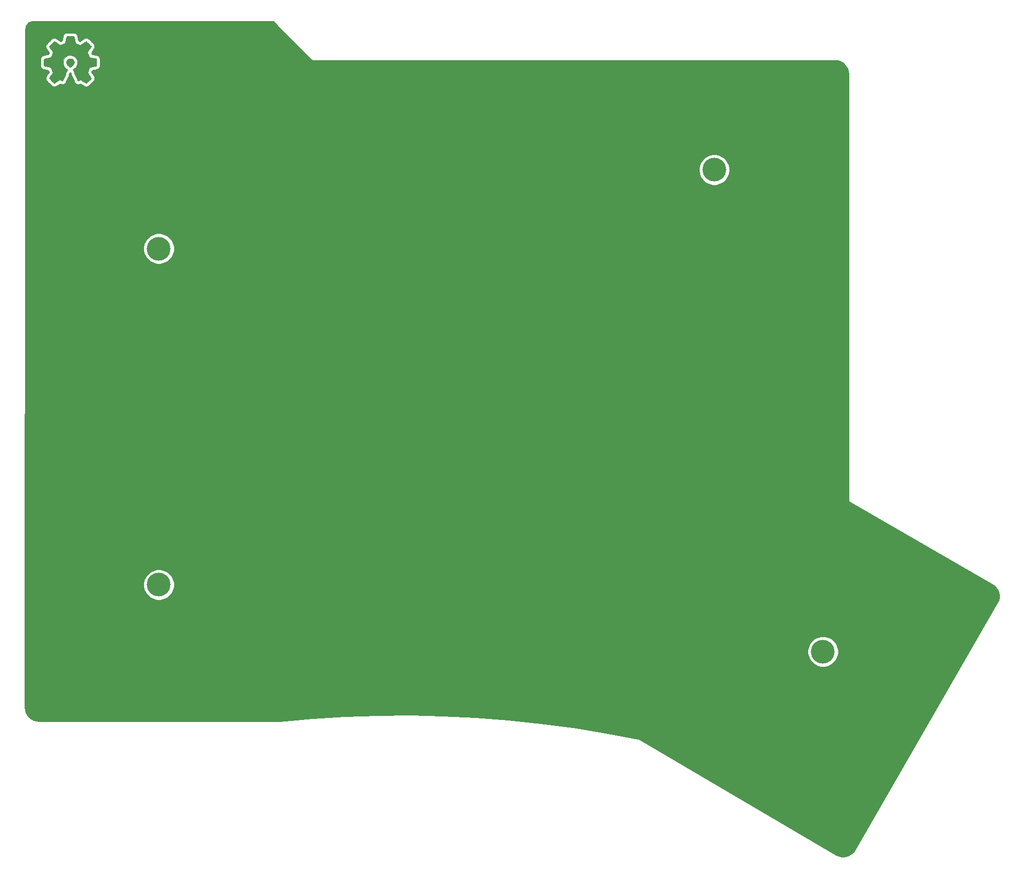
<source format=gbl>
G04 #@! TF.GenerationSoftware,KiCad,Pcbnew,(5.1.5)-3*
G04 #@! TF.CreationDate,2020-05-15T01:32:17+04:00*
G04 #@! TF.ProjectId,redox_rev2_ng-BOTTOM,7265646f-785f-4726-9576-325f6e672d42,2.0 NG*
G04 #@! TF.SameCoordinates,Original*
G04 #@! TF.FileFunction,Copper,L2,Bot*
G04 #@! TF.FilePolarity,Positive*
%FSLAX46Y46*%
G04 Gerber Fmt 4.6, Leading zero omitted, Abs format (unit mm)*
G04 Created by KiCad (PCBNEW (5.1.5)-3) date 2020-05-15 01:32:17*
%MOMM*%
%LPD*%
G04 APERTURE LIST*
%ADD10C,0.010000*%
%ADD11C,4.000000*%
%ADD12C,0.254000*%
G04 APERTURE END LIST*
D10*
G36*
X86553464Y-39750427D02*
G01*
X86440882Y-40347618D01*
X86025469Y-40518865D01*
X85610055Y-40690112D01*
X85111698Y-40351233D01*
X84972131Y-40256877D01*
X84845971Y-40172630D01*
X84739104Y-40102338D01*
X84657417Y-40049847D01*
X84606798Y-40019004D01*
X84593013Y-40012353D01*
X84568179Y-40029458D01*
X84515111Y-40076744D01*
X84439759Y-40148172D01*
X84348070Y-40237700D01*
X84245992Y-40339289D01*
X84139473Y-40446898D01*
X84034463Y-40554487D01*
X83936908Y-40656015D01*
X83852757Y-40745441D01*
X83787959Y-40816726D01*
X83748462Y-40863828D01*
X83739019Y-40879592D01*
X83752608Y-40908653D01*
X83790706Y-40972321D01*
X83849306Y-41064367D01*
X83924402Y-41178564D01*
X84011991Y-41308684D01*
X84062745Y-41382901D01*
X84155254Y-41518422D01*
X84237459Y-41640716D01*
X84305369Y-41743695D01*
X84354999Y-41821273D01*
X84382359Y-41867361D01*
X84386470Y-41877047D01*
X84377150Y-41904574D01*
X84351745Y-41968728D01*
X84314088Y-42060490D01*
X84268013Y-42170839D01*
X84217353Y-42290755D01*
X84165940Y-42411219D01*
X84117610Y-42523209D01*
X84076193Y-42617707D01*
X84045525Y-42685692D01*
X84029438Y-42718143D01*
X84028488Y-42719420D01*
X84003227Y-42725617D01*
X83935954Y-42739440D01*
X83833639Y-42759532D01*
X83703258Y-42784534D01*
X83551783Y-42813086D01*
X83463406Y-42829551D01*
X83301547Y-42860369D01*
X83155350Y-42889694D01*
X83032212Y-42915921D01*
X82939530Y-42937446D01*
X82884698Y-42952665D01*
X82873676Y-42957493D01*
X82862881Y-42990174D01*
X82854170Y-43063985D01*
X82847539Y-43170292D01*
X82842981Y-43300467D01*
X82840490Y-43445876D01*
X82840061Y-43597890D01*
X82841688Y-43747877D01*
X82845364Y-43887206D01*
X82851084Y-44007245D01*
X82858842Y-44099365D01*
X82868631Y-44154932D01*
X82874503Y-44166500D01*
X82909600Y-44180365D01*
X82983971Y-44200188D01*
X83087776Y-44223639D01*
X83211180Y-44248391D01*
X83254258Y-44256398D01*
X83461952Y-44294441D01*
X83626015Y-44325079D01*
X83751869Y-44349529D01*
X83844934Y-44369009D01*
X83910632Y-44384736D01*
X83954382Y-44397928D01*
X83981607Y-44409804D01*
X83997727Y-44421580D01*
X83999982Y-44423908D01*
X84022496Y-44461400D01*
X84056841Y-44534365D01*
X84099588Y-44633867D01*
X84147307Y-44750973D01*
X84196569Y-44876748D01*
X84243944Y-45002257D01*
X84286004Y-45118565D01*
X84319319Y-45216739D01*
X84340458Y-45287843D01*
X84345994Y-45322942D01*
X84345533Y-45324172D01*
X84326776Y-45352861D01*
X84284223Y-45415985D01*
X84222346Y-45506973D01*
X84145617Y-45619255D01*
X84058508Y-45746260D01*
X84033701Y-45782353D01*
X83945247Y-45913203D01*
X83867411Y-46032591D01*
X83804433Y-46133662D01*
X83760554Y-46209559D01*
X83740014Y-46253427D01*
X83739019Y-46258817D01*
X83756277Y-46287144D01*
X83803964Y-46343261D01*
X83875949Y-46421137D01*
X83966102Y-46514740D01*
X84068294Y-46618041D01*
X84176394Y-46725006D01*
X84284271Y-46829606D01*
X84385795Y-46925809D01*
X84474837Y-47007584D01*
X84545266Y-47068900D01*
X84590952Y-47103726D01*
X84603590Y-47109412D01*
X84633008Y-47096020D01*
X84693238Y-47059899D01*
X84774470Y-47007136D01*
X84836969Y-46964667D01*
X84950214Y-46886740D01*
X85084325Y-46794984D01*
X85218844Y-46703375D01*
X85291166Y-46654346D01*
X85535961Y-46488770D01*
X85741449Y-46599875D01*
X85835063Y-46648548D01*
X85914669Y-46686381D01*
X85968532Y-46707958D01*
X85982242Y-46710961D01*
X85998729Y-46688793D01*
X86031254Y-46626149D01*
X86077391Y-46528809D01*
X86134709Y-46402549D01*
X86200783Y-46253150D01*
X86273184Y-46086388D01*
X86349483Y-45908042D01*
X86427253Y-45723891D01*
X86504065Y-45539712D01*
X86577493Y-45361285D01*
X86645107Y-45194387D01*
X86704479Y-45044797D01*
X86753183Y-44918293D01*
X86788789Y-44820654D01*
X86808869Y-44757657D01*
X86812099Y-44736021D01*
X86786503Y-44708424D01*
X86730461Y-44663625D01*
X86655688Y-44610934D01*
X86649412Y-44606765D01*
X86456154Y-44452069D01*
X86300325Y-44271591D01*
X86183275Y-44071102D01*
X86106354Y-43856374D01*
X86070913Y-43633177D01*
X86078302Y-43407281D01*
X86129872Y-43184459D01*
X86226973Y-42970479D01*
X86255541Y-42923664D01*
X86404131Y-42734618D01*
X86579672Y-42582812D01*
X86776089Y-42469034D01*
X86987306Y-42394075D01*
X87207246Y-42358722D01*
X87429836Y-42363767D01*
X87648998Y-42409999D01*
X87858657Y-42498206D01*
X88052738Y-42629179D01*
X88112773Y-42682337D01*
X88265564Y-42848739D01*
X88376902Y-43023912D01*
X88453276Y-43220266D01*
X88495812Y-43414717D01*
X88506313Y-43633342D01*
X88471299Y-43853052D01*
X88394326Y-44066420D01*
X88278952Y-44266022D01*
X88128734Y-44444429D01*
X87947226Y-44594217D01*
X87923372Y-44610006D01*
X87847798Y-44661712D01*
X87790348Y-44706512D01*
X87762882Y-44735117D01*
X87762482Y-44736021D01*
X87768379Y-44766964D01*
X87791754Y-44837191D01*
X87830178Y-44940925D01*
X87881222Y-45072390D01*
X87942457Y-45225807D01*
X88011455Y-45395401D01*
X88085786Y-45575393D01*
X88163021Y-45760008D01*
X88240731Y-45943468D01*
X88316488Y-46119996D01*
X88387862Y-46283814D01*
X88452425Y-46429147D01*
X88507747Y-46550217D01*
X88551399Y-46641247D01*
X88580953Y-46696460D01*
X88592855Y-46710961D01*
X88629222Y-46699669D01*
X88697269Y-46669385D01*
X88785263Y-46625520D01*
X88833649Y-46599875D01*
X89039136Y-46488770D01*
X89283931Y-46654346D01*
X89408893Y-46739170D01*
X89545704Y-46832516D01*
X89673911Y-46920408D01*
X89738128Y-46964667D01*
X89828448Y-47025318D01*
X89904928Y-47073381D01*
X89957592Y-47102770D01*
X89974697Y-47108982D01*
X89999594Y-47092223D01*
X90054694Y-47045436D01*
X90134656Y-46973480D01*
X90234139Y-46881212D01*
X90347799Y-46773490D01*
X90419684Y-46704326D01*
X90545448Y-46580757D01*
X90654136Y-46470234D01*
X90741354Y-46377485D01*
X90802710Y-46307237D01*
X90833808Y-46264220D01*
X90836791Y-46255490D01*
X90822946Y-46222284D01*
X90784687Y-46155142D01*
X90726258Y-46060863D01*
X90651902Y-45946245D01*
X90565864Y-45818083D01*
X90541397Y-45782353D01*
X90452245Y-45652489D01*
X90372261Y-45535569D01*
X90305919Y-45438162D01*
X90257688Y-45366839D01*
X90232042Y-45328170D01*
X90229564Y-45324172D01*
X90233270Y-45293355D01*
X90252938Y-45225599D01*
X90285139Y-45129839D01*
X90326444Y-45015009D01*
X90373424Y-44890044D01*
X90422650Y-44763879D01*
X90470691Y-44645448D01*
X90514118Y-44543685D01*
X90549503Y-44467526D01*
X90573415Y-44425904D01*
X90575115Y-44423908D01*
X90589737Y-44412013D01*
X90614434Y-44400250D01*
X90654627Y-44387401D01*
X90715736Y-44372249D01*
X90803182Y-44353576D01*
X90922387Y-44330165D01*
X91078772Y-44300797D01*
X91277756Y-44264255D01*
X91320839Y-44256398D01*
X91448529Y-44231727D01*
X91559846Y-44207593D01*
X91644954Y-44186324D01*
X91694016Y-44170248D01*
X91700594Y-44166500D01*
X91711435Y-44133273D01*
X91720246Y-44059021D01*
X91727023Y-43952376D01*
X91731759Y-43821967D01*
X91734449Y-43676427D01*
X91735086Y-43524386D01*
X91733665Y-43374476D01*
X91730179Y-43235328D01*
X91724623Y-43115572D01*
X91716991Y-43023841D01*
X91707277Y-42968766D01*
X91701421Y-42957493D01*
X91668819Y-42946123D01*
X91594581Y-42927624D01*
X91486103Y-42903602D01*
X91350782Y-42875662D01*
X91196014Y-42845408D01*
X91111692Y-42829551D01*
X90951703Y-42799644D01*
X90809032Y-42772550D01*
X90690651Y-42749631D01*
X90603534Y-42732243D01*
X90554654Y-42721747D01*
X90546609Y-42719420D01*
X90533012Y-42693186D01*
X90504270Y-42629995D01*
X90464214Y-42538877D01*
X90416675Y-42428857D01*
X90365484Y-42308965D01*
X90314473Y-42188227D01*
X90267473Y-42075671D01*
X90228315Y-41980326D01*
X90200830Y-41911217D01*
X90188850Y-41877374D01*
X90188627Y-41875895D01*
X90202208Y-41849197D01*
X90240284Y-41787760D01*
X90298852Y-41697689D01*
X90373911Y-41585090D01*
X90461459Y-41456070D01*
X90512352Y-41381961D01*
X90605090Y-41246077D01*
X90687458Y-41122709D01*
X90755438Y-41018097D01*
X90805011Y-40938483D01*
X90832157Y-40890107D01*
X90836078Y-40879262D01*
X90819224Y-40854020D01*
X90772631Y-40800124D01*
X90702251Y-40723613D01*
X90614034Y-40630523D01*
X90513934Y-40526895D01*
X90407901Y-40418764D01*
X90301888Y-40312170D01*
X90201847Y-40213150D01*
X90113729Y-40127742D01*
X90043486Y-40061985D01*
X89997071Y-40021916D01*
X89981543Y-40012353D01*
X89956260Y-40025800D01*
X89895788Y-40063575D01*
X89806007Y-40121835D01*
X89692796Y-40196734D01*
X89562036Y-40284425D01*
X89463400Y-40351233D01*
X88965042Y-40690112D01*
X88549629Y-40518865D01*
X88134215Y-40347618D01*
X88021633Y-39750427D01*
X87909050Y-39153235D01*
X86666047Y-39153235D01*
X86553464Y-39750427D01*
G37*
X86553464Y-39750427D02*
X86440882Y-40347618D01*
X86025469Y-40518865D01*
X85610055Y-40690112D01*
X85111698Y-40351233D01*
X84972131Y-40256877D01*
X84845971Y-40172630D01*
X84739104Y-40102338D01*
X84657417Y-40049847D01*
X84606798Y-40019004D01*
X84593013Y-40012353D01*
X84568179Y-40029458D01*
X84515111Y-40076744D01*
X84439759Y-40148172D01*
X84348070Y-40237700D01*
X84245992Y-40339289D01*
X84139473Y-40446898D01*
X84034463Y-40554487D01*
X83936908Y-40656015D01*
X83852757Y-40745441D01*
X83787959Y-40816726D01*
X83748462Y-40863828D01*
X83739019Y-40879592D01*
X83752608Y-40908653D01*
X83790706Y-40972321D01*
X83849306Y-41064367D01*
X83924402Y-41178564D01*
X84011991Y-41308684D01*
X84062745Y-41382901D01*
X84155254Y-41518422D01*
X84237459Y-41640716D01*
X84305369Y-41743695D01*
X84354999Y-41821273D01*
X84382359Y-41867361D01*
X84386470Y-41877047D01*
X84377150Y-41904574D01*
X84351745Y-41968728D01*
X84314088Y-42060490D01*
X84268013Y-42170839D01*
X84217353Y-42290755D01*
X84165940Y-42411219D01*
X84117610Y-42523209D01*
X84076193Y-42617707D01*
X84045525Y-42685692D01*
X84029438Y-42718143D01*
X84028488Y-42719420D01*
X84003227Y-42725617D01*
X83935954Y-42739440D01*
X83833639Y-42759532D01*
X83703258Y-42784534D01*
X83551783Y-42813086D01*
X83463406Y-42829551D01*
X83301547Y-42860369D01*
X83155350Y-42889694D01*
X83032212Y-42915921D01*
X82939530Y-42937446D01*
X82884698Y-42952665D01*
X82873676Y-42957493D01*
X82862881Y-42990174D01*
X82854170Y-43063985D01*
X82847539Y-43170292D01*
X82842981Y-43300467D01*
X82840490Y-43445876D01*
X82840061Y-43597890D01*
X82841688Y-43747877D01*
X82845364Y-43887206D01*
X82851084Y-44007245D01*
X82858842Y-44099365D01*
X82868631Y-44154932D01*
X82874503Y-44166500D01*
X82909600Y-44180365D01*
X82983971Y-44200188D01*
X83087776Y-44223639D01*
X83211180Y-44248391D01*
X83254258Y-44256398D01*
X83461952Y-44294441D01*
X83626015Y-44325079D01*
X83751869Y-44349529D01*
X83844934Y-44369009D01*
X83910632Y-44384736D01*
X83954382Y-44397928D01*
X83981607Y-44409804D01*
X83997727Y-44421580D01*
X83999982Y-44423908D01*
X84022496Y-44461400D01*
X84056841Y-44534365D01*
X84099588Y-44633867D01*
X84147307Y-44750973D01*
X84196569Y-44876748D01*
X84243944Y-45002257D01*
X84286004Y-45118565D01*
X84319319Y-45216739D01*
X84340458Y-45287843D01*
X84345994Y-45322942D01*
X84345533Y-45324172D01*
X84326776Y-45352861D01*
X84284223Y-45415985D01*
X84222346Y-45506973D01*
X84145617Y-45619255D01*
X84058508Y-45746260D01*
X84033701Y-45782353D01*
X83945247Y-45913203D01*
X83867411Y-46032591D01*
X83804433Y-46133662D01*
X83760554Y-46209559D01*
X83740014Y-46253427D01*
X83739019Y-46258817D01*
X83756277Y-46287144D01*
X83803964Y-46343261D01*
X83875949Y-46421137D01*
X83966102Y-46514740D01*
X84068294Y-46618041D01*
X84176394Y-46725006D01*
X84284271Y-46829606D01*
X84385795Y-46925809D01*
X84474837Y-47007584D01*
X84545266Y-47068900D01*
X84590952Y-47103726D01*
X84603590Y-47109412D01*
X84633008Y-47096020D01*
X84693238Y-47059899D01*
X84774470Y-47007136D01*
X84836969Y-46964667D01*
X84950214Y-46886740D01*
X85084325Y-46794984D01*
X85218844Y-46703375D01*
X85291166Y-46654346D01*
X85535961Y-46488770D01*
X85741449Y-46599875D01*
X85835063Y-46648548D01*
X85914669Y-46686381D01*
X85968532Y-46707958D01*
X85982242Y-46710961D01*
X85998729Y-46688793D01*
X86031254Y-46626149D01*
X86077391Y-46528809D01*
X86134709Y-46402549D01*
X86200783Y-46253150D01*
X86273184Y-46086388D01*
X86349483Y-45908042D01*
X86427253Y-45723891D01*
X86504065Y-45539712D01*
X86577493Y-45361285D01*
X86645107Y-45194387D01*
X86704479Y-45044797D01*
X86753183Y-44918293D01*
X86788789Y-44820654D01*
X86808869Y-44757657D01*
X86812099Y-44736021D01*
X86786503Y-44708424D01*
X86730461Y-44663625D01*
X86655688Y-44610934D01*
X86649412Y-44606765D01*
X86456154Y-44452069D01*
X86300325Y-44271591D01*
X86183275Y-44071102D01*
X86106354Y-43856374D01*
X86070913Y-43633177D01*
X86078302Y-43407281D01*
X86129872Y-43184459D01*
X86226973Y-42970479D01*
X86255541Y-42923664D01*
X86404131Y-42734618D01*
X86579672Y-42582812D01*
X86776089Y-42469034D01*
X86987306Y-42394075D01*
X87207246Y-42358722D01*
X87429836Y-42363767D01*
X87648998Y-42409999D01*
X87858657Y-42498206D01*
X88052738Y-42629179D01*
X88112773Y-42682337D01*
X88265564Y-42848739D01*
X88376902Y-43023912D01*
X88453276Y-43220266D01*
X88495812Y-43414717D01*
X88506313Y-43633342D01*
X88471299Y-43853052D01*
X88394326Y-44066420D01*
X88278952Y-44266022D01*
X88128734Y-44444429D01*
X87947226Y-44594217D01*
X87923372Y-44610006D01*
X87847798Y-44661712D01*
X87790348Y-44706512D01*
X87762882Y-44735117D01*
X87762482Y-44736021D01*
X87768379Y-44766964D01*
X87791754Y-44837191D01*
X87830178Y-44940925D01*
X87881222Y-45072390D01*
X87942457Y-45225807D01*
X88011455Y-45395401D01*
X88085786Y-45575393D01*
X88163021Y-45760008D01*
X88240731Y-45943468D01*
X88316488Y-46119996D01*
X88387862Y-46283814D01*
X88452425Y-46429147D01*
X88507747Y-46550217D01*
X88551399Y-46641247D01*
X88580953Y-46696460D01*
X88592855Y-46710961D01*
X88629222Y-46699669D01*
X88697269Y-46669385D01*
X88785263Y-46625520D01*
X88833649Y-46599875D01*
X89039136Y-46488770D01*
X89283931Y-46654346D01*
X89408893Y-46739170D01*
X89545704Y-46832516D01*
X89673911Y-46920408D01*
X89738128Y-46964667D01*
X89828448Y-47025318D01*
X89904928Y-47073381D01*
X89957592Y-47102770D01*
X89974697Y-47108982D01*
X89999594Y-47092223D01*
X90054694Y-47045436D01*
X90134656Y-46973480D01*
X90234139Y-46881212D01*
X90347799Y-46773490D01*
X90419684Y-46704326D01*
X90545448Y-46580757D01*
X90654136Y-46470234D01*
X90741354Y-46377485D01*
X90802710Y-46307237D01*
X90833808Y-46264220D01*
X90836791Y-46255490D01*
X90822946Y-46222284D01*
X90784687Y-46155142D01*
X90726258Y-46060863D01*
X90651902Y-45946245D01*
X90565864Y-45818083D01*
X90541397Y-45782353D01*
X90452245Y-45652489D01*
X90372261Y-45535569D01*
X90305919Y-45438162D01*
X90257688Y-45366839D01*
X90232042Y-45328170D01*
X90229564Y-45324172D01*
X90233270Y-45293355D01*
X90252938Y-45225599D01*
X90285139Y-45129839D01*
X90326444Y-45015009D01*
X90373424Y-44890044D01*
X90422650Y-44763879D01*
X90470691Y-44645448D01*
X90514118Y-44543685D01*
X90549503Y-44467526D01*
X90573415Y-44425904D01*
X90575115Y-44423908D01*
X90589737Y-44412013D01*
X90614434Y-44400250D01*
X90654627Y-44387401D01*
X90715736Y-44372249D01*
X90803182Y-44353576D01*
X90922387Y-44330165D01*
X91078772Y-44300797D01*
X91277756Y-44264255D01*
X91320839Y-44256398D01*
X91448529Y-44231727D01*
X91559846Y-44207593D01*
X91644954Y-44186324D01*
X91694016Y-44170248D01*
X91700594Y-44166500D01*
X91711435Y-44133273D01*
X91720246Y-44059021D01*
X91727023Y-43952376D01*
X91731759Y-43821967D01*
X91734449Y-43676427D01*
X91735086Y-43524386D01*
X91733665Y-43374476D01*
X91730179Y-43235328D01*
X91724623Y-43115572D01*
X91716991Y-43023841D01*
X91707277Y-42968766D01*
X91701421Y-42957493D01*
X91668819Y-42946123D01*
X91594581Y-42927624D01*
X91486103Y-42903602D01*
X91350782Y-42875662D01*
X91196014Y-42845408D01*
X91111692Y-42829551D01*
X90951703Y-42799644D01*
X90809032Y-42772550D01*
X90690651Y-42749631D01*
X90603534Y-42732243D01*
X90554654Y-42721747D01*
X90546609Y-42719420D01*
X90533012Y-42693186D01*
X90504270Y-42629995D01*
X90464214Y-42538877D01*
X90416675Y-42428857D01*
X90365484Y-42308965D01*
X90314473Y-42188227D01*
X90267473Y-42075671D01*
X90228315Y-41980326D01*
X90200830Y-41911217D01*
X90188850Y-41877374D01*
X90188627Y-41875895D01*
X90202208Y-41849197D01*
X90240284Y-41787760D01*
X90298852Y-41697689D01*
X90373911Y-41585090D01*
X90461459Y-41456070D01*
X90512352Y-41381961D01*
X90605090Y-41246077D01*
X90687458Y-41122709D01*
X90755438Y-41018097D01*
X90805011Y-40938483D01*
X90832157Y-40890107D01*
X90836078Y-40879262D01*
X90819224Y-40854020D01*
X90772631Y-40800124D01*
X90702251Y-40723613D01*
X90614034Y-40630523D01*
X90513934Y-40526895D01*
X90407901Y-40418764D01*
X90301888Y-40312170D01*
X90201847Y-40213150D01*
X90113729Y-40127742D01*
X90043486Y-40061985D01*
X89997071Y-40021916D01*
X89981543Y-40012353D01*
X89956260Y-40025800D01*
X89895788Y-40063575D01*
X89806007Y-40121835D01*
X89692796Y-40196734D01*
X89562036Y-40284425D01*
X89463400Y-40351233D01*
X88965042Y-40690112D01*
X88549629Y-40518865D01*
X88134215Y-40347618D01*
X88021633Y-39750427D01*
X87909050Y-39153235D01*
X86666047Y-39153235D01*
X86553464Y-39750427D01*
D11*
X195900000Y-61700000D03*
X214250000Y-143000000D03*
X102235000Y-131725000D03*
X102235000Y-75000000D03*
D12*
G36*
X127789911Y-43058225D02*
G01*
X127813289Y-43086711D01*
X127863078Y-43127573D01*
X127912525Y-43168892D01*
X127915216Y-43170361D01*
X127917593Y-43172312D01*
X127974465Y-43202710D01*
X128030956Y-43233554D01*
X128033885Y-43234471D01*
X128036594Y-43235919D01*
X128098238Y-43254619D01*
X128159726Y-43273869D01*
X128162781Y-43274197D01*
X128165717Y-43275088D01*
X128229859Y-43281406D01*
X128293886Y-43288286D01*
X128330590Y-43285000D01*
X216265898Y-43285000D01*
X216731407Y-43331460D01*
X217147384Y-43457840D01*
X217530891Y-43662610D01*
X217867321Y-43937971D01*
X218143858Y-44273432D01*
X218349970Y-44656216D01*
X218477810Y-45071752D01*
X218525452Y-45532742D01*
X218525310Y-45548125D01*
X218525000Y-45551271D01*
X218525001Y-117304428D01*
X218523256Y-117361371D01*
X218530569Y-117405093D01*
X218534913Y-117449200D01*
X218541673Y-117471486D01*
X218545515Y-117494455D01*
X218561216Y-117535909D01*
X218574082Y-117578323D01*
X218585058Y-117598857D01*
X218593308Y-117620640D01*
X218616797Y-117658238D01*
X218637689Y-117697324D01*
X218652461Y-117715324D01*
X218664802Y-117735077D01*
X218695174Y-117767369D01*
X218723290Y-117801628D01*
X218741290Y-117816401D01*
X218757247Y-117833366D01*
X218793326Y-117859106D01*
X218827594Y-117887229D01*
X218877844Y-117914088D01*
X242776813Y-131645597D01*
X243163164Y-131920854D01*
X243461448Y-132237032D01*
X243692637Y-132605124D01*
X243847928Y-133011112D01*
X243921403Y-133439528D01*
X243910266Y-133874053D01*
X243814940Y-134298149D01*
X243627254Y-134722324D01*
X243624205Y-134727559D01*
X243623284Y-134728846D01*
X219625630Y-176374776D01*
X219339366Y-176774626D01*
X219010481Y-177083470D01*
X218627869Y-177322553D01*
X218206103Y-177482766D01*
X217761257Y-177558007D01*
X217310263Y-177545409D01*
X216870308Y-177445454D01*
X216430171Y-177249493D01*
X183268307Y-157742516D01*
X183176540Y-157700035D01*
X183045385Y-157668328D01*
X183033314Y-157667835D01*
X182960075Y-157652821D01*
X182959970Y-157652801D01*
X182959856Y-157652776D01*
X182950473Y-157650924D01*
X177550098Y-156624050D01*
X177545385Y-156623222D01*
X177540690Y-156622329D01*
X177531259Y-156620739D01*
X172104316Y-155745053D01*
X172099550Y-155744352D01*
X172094864Y-155743596D01*
X172085392Y-155742270D01*
X166636115Y-155018454D01*
X166631342Y-155017888D01*
X166626625Y-155017261D01*
X166617120Y-155016200D01*
X161149758Y-154444820D01*
X161144958Y-154444386D01*
X161140239Y-154443893D01*
X161130708Y-154443098D01*
X155649524Y-154024597D01*
X155644710Y-154024297D01*
X155639982Y-154023936D01*
X155630441Y-154023407D01*
X155630430Y-154023407D01*
X150139700Y-153758114D01*
X150134867Y-153757948D01*
X150130144Y-153757720D01*
X150120584Y-153757458D01*
X144624583Y-153645578D01*
X144619819Y-153645548D01*
X144615020Y-153645450D01*
X144605456Y-153645456D01*
X139108475Y-153687078D01*
X139103694Y-153687181D01*
X139098912Y-153687217D01*
X139089494Y-153687486D01*
X139089352Y-153687489D01*
X139089281Y-153687493D01*
X133595677Y-153882579D01*
X133590903Y-153882815D01*
X133586121Y-153882985D01*
X133576572Y-153883524D01*
X128090487Y-154231930D01*
X128085705Y-154232301D01*
X128080946Y-154232603D01*
X128071416Y-154233409D01*
X122628509Y-154731992D01*
X82033648Y-154715014D01*
X81550984Y-154667688D01*
X81119073Y-154537287D01*
X80720720Y-154325480D01*
X80371086Y-154040325D01*
X80083503Y-153692697D01*
X79868915Y-153295825D01*
X79735500Y-152864834D01*
X79685013Y-152384474D01*
X79693441Y-142740475D01*
X211615000Y-142740475D01*
X211615000Y-143259525D01*
X211716261Y-143768601D01*
X211914893Y-144248141D01*
X212203262Y-144679715D01*
X212570285Y-145046738D01*
X213001859Y-145335107D01*
X213481399Y-145533739D01*
X213990475Y-145635000D01*
X214509525Y-145635000D01*
X215018601Y-145533739D01*
X215498141Y-145335107D01*
X215929715Y-145046738D01*
X216296738Y-144679715D01*
X216585107Y-144248141D01*
X216783739Y-143768601D01*
X216885000Y-143259525D01*
X216885000Y-142740475D01*
X216783739Y-142231399D01*
X216585107Y-141751859D01*
X216296738Y-141320285D01*
X215929715Y-140953262D01*
X215498141Y-140664893D01*
X215018601Y-140466261D01*
X214509525Y-140365000D01*
X213990475Y-140365000D01*
X213481399Y-140466261D01*
X213001859Y-140664893D01*
X212570285Y-140953262D01*
X212203262Y-141320285D01*
X211914893Y-141751859D01*
X211716261Y-142231399D01*
X211615000Y-142740475D01*
X79693441Y-142740475D01*
X79703296Y-131465475D01*
X99600000Y-131465475D01*
X99600000Y-131984525D01*
X99701261Y-132493601D01*
X99899893Y-132973141D01*
X100188262Y-133404715D01*
X100555285Y-133771738D01*
X100986859Y-134060107D01*
X101466399Y-134258739D01*
X101975475Y-134360000D01*
X102494525Y-134360000D01*
X103003601Y-134258739D01*
X103483141Y-134060107D01*
X103914715Y-133771738D01*
X104281738Y-133404715D01*
X104570107Y-132973141D01*
X104768739Y-132493601D01*
X104870000Y-131984525D01*
X104870000Y-131465475D01*
X104768739Y-130956399D01*
X104570107Y-130476859D01*
X104281738Y-130045285D01*
X103914715Y-129678262D01*
X103483141Y-129389893D01*
X103003601Y-129191261D01*
X102494525Y-129090000D01*
X101975475Y-129090000D01*
X101466399Y-129191261D01*
X100986859Y-129389893D01*
X100555285Y-129678262D01*
X100188262Y-130045285D01*
X99899893Y-130476859D01*
X99701261Y-130956399D01*
X99600000Y-131465475D01*
X79703296Y-131465475D01*
X79752874Y-74740475D01*
X99600000Y-74740475D01*
X99600000Y-75259525D01*
X99701261Y-75768601D01*
X99899893Y-76248141D01*
X100188262Y-76679715D01*
X100555285Y-77046738D01*
X100986859Y-77335107D01*
X101466399Y-77533739D01*
X101975475Y-77635000D01*
X102494525Y-77635000D01*
X103003601Y-77533739D01*
X103483141Y-77335107D01*
X103914715Y-77046738D01*
X104281738Y-76679715D01*
X104570107Y-76248141D01*
X104768739Y-75768601D01*
X104870000Y-75259525D01*
X104870000Y-74740475D01*
X104768739Y-74231399D01*
X104570107Y-73751859D01*
X104281738Y-73320285D01*
X103914715Y-72953262D01*
X103483141Y-72664893D01*
X103003601Y-72466261D01*
X102494525Y-72365000D01*
X101975475Y-72365000D01*
X101466399Y-72466261D01*
X100986859Y-72664893D01*
X100555285Y-72953262D01*
X100188262Y-73320285D01*
X99899893Y-73751859D01*
X99701261Y-74231399D01*
X99600000Y-74740475D01*
X79752874Y-74740475D01*
X79764498Y-61440475D01*
X193265000Y-61440475D01*
X193265000Y-61959525D01*
X193366261Y-62468601D01*
X193564893Y-62948141D01*
X193853262Y-63379715D01*
X194220285Y-63746738D01*
X194651859Y-64035107D01*
X195131399Y-64233739D01*
X195640475Y-64335000D01*
X196159525Y-64335000D01*
X196668601Y-64233739D01*
X197148141Y-64035107D01*
X197579715Y-63746738D01*
X197946738Y-63379715D01*
X198235107Y-62948141D01*
X198433739Y-62468601D01*
X198535000Y-61959525D01*
X198535000Y-61440475D01*
X198433739Y-60931399D01*
X198235107Y-60451859D01*
X197946738Y-60020285D01*
X197579715Y-59653262D01*
X197148141Y-59364893D01*
X196668601Y-59166261D01*
X196159525Y-59065000D01*
X195640475Y-59065000D01*
X195131399Y-59166261D01*
X194651859Y-59364893D01*
X194220285Y-59653262D01*
X193853262Y-60020285D01*
X193564893Y-60451859D01*
X193366261Y-60931399D01*
X193265000Y-61440475D01*
X79764498Y-61440475D01*
X79780095Y-43595896D01*
X82200064Y-43595896D01*
X82200064Y-43596084D01*
X82200065Y-43596092D01*
X82200099Y-43604832D01*
X82201726Y-43754819D01*
X82201780Y-43755317D01*
X82201737Y-43755822D01*
X82201911Y-43764757D01*
X82205587Y-43904085D01*
X82205876Y-43906402D01*
X82205726Y-43908739D01*
X82206089Y-43917668D01*
X82211809Y-44037707D01*
X82212853Y-44044836D01*
X82212653Y-44052044D01*
X82213342Y-44060953D01*
X82221100Y-44153073D01*
X82225524Y-44177145D01*
X82227058Y-44201590D01*
X82228548Y-44210401D01*
X82238337Y-44265969D01*
X82245733Y-44292476D01*
X82250187Y-44319634D01*
X82262480Y-44352492D01*
X82271908Y-44386279D01*
X82282002Y-44406269D01*
X82284699Y-44414959D01*
X82288423Y-44421834D01*
X82293955Y-44436620D01*
X82297945Y-44444616D01*
X82303817Y-44456184D01*
X82320127Y-44481773D01*
X82328208Y-44497777D01*
X82332620Y-44503426D01*
X82344191Y-44524787D01*
X82358719Y-44542321D01*
X82370952Y-44561514D01*
X82398467Y-44590294D01*
X82423883Y-44620969D01*
X82441541Y-44635348D01*
X82457268Y-44651798D01*
X82489856Y-44674691D01*
X82520739Y-44699839D01*
X82540842Y-44710509D01*
X82559475Y-44723598D01*
X82595894Y-44739727D01*
X82631068Y-44758395D01*
X82639356Y-44761736D01*
X82674453Y-44775601D01*
X82705787Y-44784560D01*
X82736149Y-44796413D01*
X82744768Y-44798775D01*
X82819139Y-44818598D01*
X82826854Y-44819865D01*
X82834238Y-44822426D01*
X82842940Y-44824456D01*
X82946745Y-44847907D01*
X82950018Y-44848316D01*
X82953164Y-44849323D01*
X82961914Y-44851141D01*
X83085318Y-44875893D01*
X83085384Y-44875900D01*
X83085451Y-44875920D01*
X83094225Y-44877614D01*
X83137303Y-44885621D01*
X83137392Y-44885629D01*
X83138949Y-44885925D01*
X83345703Y-44923796D01*
X83506238Y-44953775D01*
X83541655Y-44960656D01*
X83552982Y-44988453D01*
X83599219Y-45106504D01*
X83642497Y-45221161D01*
X83617575Y-45257631D01*
X83531074Y-45383750D01*
X83506267Y-45419843D01*
X83506192Y-45419978D01*
X83503482Y-45423928D01*
X83415029Y-45554778D01*
X83414613Y-45555545D01*
X83414056Y-45556221D01*
X83409123Y-45563673D01*
X83331287Y-45683061D01*
X83330315Y-45684927D01*
X83329008Y-45686581D01*
X83324230Y-45694132D01*
X83261252Y-45795203D01*
X83258535Y-45800694D01*
X83254892Y-45805629D01*
X83250366Y-45813335D01*
X83206487Y-45889231D01*
X83196899Y-45910334D01*
X83184788Y-45930105D01*
X83180943Y-45938171D01*
X83160403Y-45982040D01*
X83155486Y-45995932D01*
X83148557Y-46008932D01*
X83134686Y-46054702D01*
X83118729Y-46099789D01*
X83116605Y-46114365D01*
X83112331Y-46128469D01*
X83110648Y-46137245D01*
X83109653Y-46142635D01*
X83106149Y-46183852D01*
X83099924Y-46224781D01*
X83100868Y-46245973D01*
X83099073Y-46267093D01*
X83103642Y-46308210D01*
X83105485Y-46349564D01*
X83110526Y-46370164D01*
X83112868Y-46391235D01*
X83125342Y-46430701D01*
X83135178Y-46470890D01*
X83144119Y-46490107D01*
X83150512Y-46510333D01*
X83170413Y-46546621D01*
X83187868Y-46584137D01*
X83192465Y-46591801D01*
X83209723Y-46620128D01*
X83237250Y-46656722D01*
X83262843Y-46694727D01*
X83268582Y-46701576D01*
X83316269Y-46757693D01*
X83322681Y-46763895D01*
X83327969Y-46771080D01*
X83333989Y-46777684D01*
X83405974Y-46855561D01*
X83407549Y-46856962D01*
X83408831Y-46858631D01*
X83414985Y-46865111D01*
X83505138Y-46958714D01*
X83505164Y-46958736D01*
X83511118Y-46964839D01*
X83613310Y-47068141D01*
X83613403Y-47068218D01*
X83618140Y-47072971D01*
X83726240Y-47179936D01*
X83726340Y-47180018D01*
X83730878Y-47184479D01*
X83838755Y-47289079D01*
X83838830Y-47289138D01*
X83844060Y-47294165D01*
X83945585Y-47390368D01*
X83946002Y-47390692D01*
X83946351Y-47391093D01*
X83952891Y-47397184D01*
X84041933Y-47478958D01*
X84045159Y-47481386D01*
X84047897Y-47484368D01*
X84054596Y-47490282D01*
X84125025Y-47551598D01*
X84138365Y-47561094D01*
X84150205Y-47572415D01*
X84157274Y-47577882D01*
X84202960Y-47612708D01*
X84208181Y-47615935D01*
X84212752Y-47620025D01*
X84253762Y-47644302D01*
X84261383Y-47650239D01*
X84273808Y-47656494D01*
X84309211Y-47678375D01*
X84314952Y-47680524D01*
X84320237Y-47683652D01*
X84328361Y-47687375D01*
X84340999Y-47693061D01*
X84357445Y-47698603D01*
X84372947Y-47706408D01*
X84416276Y-47718443D01*
X84426194Y-47722155D01*
X84428415Y-47722519D01*
X84459364Y-47732949D01*
X84476570Y-47735191D01*
X84493297Y-47739837D01*
X84538406Y-47743248D01*
X84583224Y-47749087D01*
X84600532Y-47747945D01*
X84617848Y-47749254D01*
X84662745Y-47743839D01*
X84707859Y-47740862D01*
X84724630Y-47736376D01*
X84741856Y-47734298D01*
X84784836Y-47720270D01*
X84828522Y-47708583D01*
X84844096Y-47700927D01*
X84860596Y-47695542D01*
X84868755Y-47691896D01*
X84898173Y-47678504D01*
X84925618Y-47662609D01*
X84954476Y-47649427D01*
X84962171Y-47644884D01*
X85022401Y-47608763D01*
X85028042Y-47604581D01*
X85034327Y-47601433D01*
X85041855Y-47596617D01*
X85123087Y-47543854D01*
X85124803Y-47542484D01*
X85126747Y-47541459D01*
X85134173Y-47536488D01*
X85196672Y-47494019D01*
X85196790Y-47493921D01*
X85199772Y-47491899D01*
X85312206Y-47414530D01*
X85445206Y-47323534D01*
X85576375Y-47234206D01*
X85639953Y-47264422D01*
X85654643Y-47269716D01*
X85668405Y-47277105D01*
X85676677Y-47280485D01*
X85730540Y-47302062D01*
X85777018Y-47315592D01*
X85822879Y-47331164D01*
X85831595Y-47333137D01*
X85845305Y-47336139D01*
X85849180Y-47336598D01*
X85850468Y-47336973D01*
X85857782Y-47337617D01*
X85894710Y-47341991D01*
X85943848Y-47349808D01*
X85956635Y-47349326D01*
X85969344Y-47350831D01*
X86018935Y-47346976D01*
X86068665Y-47345100D01*
X86081122Y-47342141D01*
X86093874Y-47341150D01*
X86141774Y-47327736D01*
X86190191Y-47316236D01*
X86201829Y-47310917D01*
X86214153Y-47307466D01*
X86258542Y-47285000D01*
X86303796Y-47264318D01*
X86314182Y-47256838D01*
X86325598Y-47251060D01*
X86364786Y-47220393D01*
X86405152Y-47191321D01*
X86413883Y-47181971D01*
X86423964Y-47174082D01*
X86456442Y-47136396D01*
X86490401Y-47100030D01*
X86495783Y-47092897D01*
X86512271Y-47070729D01*
X86536449Y-47030552D01*
X86562560Y-46991605D01*
X86566733Y-46983703D01*
X86599258Y-46921059D01*
X86601925Y-46914404D01*
X86605697Y-46908311D01*
X86609581Y-46900263D01*
X86655717Y-46802923D01*
X86655988Y-46802170D01*
X86656402Y-46801475D01*
X86660152Y-46793364D01*
X86717470Y-46667104D01*
X86717513Y-46666978D01*
X86720021Y-46661412D01*
X86786095Y-46512013D01*
X86786145Y-46511860D01*
X86787842Y-46508026D01*
X86860243Y-46341264D01*
X86860289Y-46341123D01*
X86861598Y-46338120D01*
X86937897Y-46159774D01*
X86937939Y-46159642D01*
X86939063Y-46157031D01*
X87016833Y-45972881D01*
X87016874Y-45972751D01*
X87017942Y-45970238D01*
X87094753Y-45786060D01*
X87094793Y-45785931D01*
X87095908Y-45783273D01*
X87169336Y-45604846D01*
X87169378Y-45604706D01*
X87170665Y-45601592D01*
X87238279Y-45434694D01*
X87238325Y-45434538D01*
X87239966Y-45430486D01*
X87287377Y-45311032D01*
X87348056Y-45463057D01*
X87348129Y-45463198D01*
X87349641Y-45466990D01*
X87418639Y-45636583D01*
X87418704Y-45636707D01*
X87419912Y-45639690D01*
X87494243Y-45819681D01*
X87494307Y-45819802D01*
X87495372Y-45822397D01*
X87572607Y-46007012D01*
X87572668Y-46007125D01*
X87573708Y-46009629D01*
X87651419Y-46193089D01*
X87651480Y-46193201D01*
X87652601Y-46195864D01*
X87728358Y-46372392D01*
X87728432Y-46372526D01*
X87729758Y-46375629D01*
X87801132Y-46539447D01*
X87801210Y-46539587D01*
X87802979Y-46543644D01*
X87867541Y-46688976D01*
X87867602Y-46689084D01*
X87870317Y-46695137D01*
X87925639Y-46816207D01*
X87926375Y-46817474D01*
X87926859Y-46818862D01*
X87930667Y-46826946D01*
X87974319Y-46917976D01*
X87979373Y-46926314D01*
X87982986Y-46935367D01*
X87987148Y-46943275D01*
X88016702Y-46998488D01*
X88048999Y-47046807D01*
X88080627Y-47095552D01*
X88086105Y-47102321D01*
X88086113Y-47102333D01*
X88086122Y-47102342D01*
X88086249Y-47102499D01*
X88098151Y-47117000D01*
X88141783Y-47160665D01*
X88185331Y-47204442D01*
X88185929Y-47204845D01*
X88186439Y-47205355D01*
X88237611Y-47239640D01*
X88288943Y-47274200D01*
X88289611Y-47274480D01*
X88290208Y-47274880D01*
X88347134Y-47298602D01*
X88404132Y-47322503D01*
X88404837Y-47322647D01*
X88405504Y-47322925D01*
X88465986Y-47335144D01*
X88526508Y-47347513D01*
X88527231Y-47347517D01*
X88527937Y-47347660D01*
X88589617Y-47347899D01*
X88651412Y-47348276D01*
X88652121Y-47348140D01*
X88652842Y-47348143D01*
X88713244Y-47336426D01*
X88774085Y-47324766D01*
X88775389Y-47324371D01*
X88775461Y-47324357D01*
X88775536Y-47324326D01*
X88782638Y-47322175D01*
X88819005Y-47310883D01*
X88849600Y-47297991D01*
X88881255Y-47287955D01*
X88889444Y-47284378D01*
X88957491Y-47254094D01*
X88965798Y-47249377D01*
X88974773Y-47246093D01*
X88982798Y-47242162D01*
X88998687Y-47234241D01*
X89048939Y-47268352D01*
X89184255Y-47360678D01*
X89311335Y-47447797D01*
X89374938Y-47491633D01*
X89375000Y-47491668D01*
X89381339Y-47495988D01*
X89471660Y-47556639D01*
X89476273Y-47559121D01*
X89480377Y-47562391D01*
X89487910Y-47567198D01*
X89564390Y-47615261D01*
X89575329Y-47620726D01*
X89585280Y-47627841D01*
X89593053Y-47632249D01*
X89645717Y-47661638D01*
X89688714Y-47680390D01*
X89730747Y-47701219D01*
X89739125Y-47704328D01*
X89756230Y-47710540D01*
X89760138Y-47711540D01*
X89760208Y-47711571D01*
X89760551Y-47711646D01*
X89801131Y-47722035D01*
X89845414Y-47735789D01*
X89861539Y-47737499D01*
X89877234Y-47741517D01*
X89923508Y-47744071D01*
X89969624Y-47748962D01*
X89985770Y-47747508D01*
X90001950Y-47748401D01*
X90047851Y-47741917D01*
X90094026Y-47737759D01*
X90109575Y-47733199D01*
X90125628Y-47730931D01*
X90169416Y-47715647D01*
X90213884Y-47702605D01*
X90228251Y-47695112D01*
X90243558Y-47689769D01*
X90283522Y-47666284D01*
X90324631Y-47644843D01*
X90332078Y-47639904D01*
X90356975Y-47623145D01*
X90381067Y-47603252D01*
X90406990Y-47585810D01*
X90413842Y-47580074D01*
X90468942Y-47533287D01*
X90472246Y-47529873D01*
X90476115Y-47527105D01*
X90482799Y-47521173D01*
X90562761Y-47449217D01*
X90562995Y-47448961D01*
X90563274Y-47448755D01*
X90569868Y-47442724D01*
X90669351Y-47350457D01*
X90669427Y-47350372D01*
X90674391Y-47345732D01*
X90788051Y-47238010D01*
X90788156Y-47237889D01*
X90791535Y-47234683D01*
X90863419Y-47165519D01*
X90863498Y-47165426D01*
X90868231Y-47160841D01*
X90993995Y-47037272D01*
X90994657Y-47036480D01*
X90995459Y-47035829D01*
X91001769Y-47029501D01*
X91110457Y-46918978D01*
X91112150Y-46916881D01*
X91114206Y-46915134D01*
X91120373Y-46908667D01*
X91207591Y-46815918D01*
X91212059Y-46810125D01*
X91217455Y-46805186D01*
X91223380Y-46798496D01*
X91284736Y-46728249D01*
X91299270Y-46707899D01*
X91316086Y-46689395D01*
X91321372Y-46682190D01*
X91352470Y-46639173D01*
X91366558Y-46615030D01*
X91383170Y-46592551D01*
X91397959Y-46561216D01*
X91415421Y-46531290D01*
X91421602Y-46513404D01*
X91426060Y-46505216D01*
X91429343Y-46494718D01*
X91436481Y-46479594D01*
X91439429Y-46471158D01*
X91442412Y-46462427D01*
X91449268Y-46433346D01*
X91456218Y-46413234D01*
X91457319Y-46405266D01*
X91463343Y-46386003D01*
X91465809Y-46363180D01*
X91471072Y-46340854D01*
X91472500Y-46301248D01*
X91476760Y-46261820D01*
X91474746Y-46238957D01*
X91475573Y-46216029D01*
X91469279Y-46176887D01*
X91465801Y-46137395D01*
X91459388Y-46115367D01*
X91455744Y-46092707D01*
X91441965Y-46055529D01*
X91430884Y-46017469D01*
X91427502Y-46009197D01*
X91413657Y-45975991D01*
X91397159Y-45945264D01*
X91383376Y-45913223D01*
X91379006Y-45905428D01*
X91340747Y-45838287D01*
X91336500Y-45832283D01*
X91333342Y-45825629D01*
X91328687Y-45818001D01*
X91270258Y-45723722D01*
X91268950Y-45722011D01*
X91267985Y-45720081D01*
X91263174Y-45712550D01*
X91188818Y-45597932D01*
X91188462Y-45597485D01*
X91188199Y-45596980D01*
X91183269Y-45589526D01*
X91097232Y-45461364D01*
X91097139Y-45461251D01*
X91093922Y-45456482D01*
X91069455Y-45420752D01*
X91069426Y-45420717D01*
X91069030Y-45420132D01*
X90980324Y-45290920D01*
X90932649Y-45221229D01*
X90971094Y-45118967D01*
X91017300Y-45000544D01*
X91033516Y-44960566D01*
X91043135Y-44958677D01*
X91195617Y-44930042D01*
X91393118Y-44893773D01*
X91435662Y-44886014D01*
X91435783Y-44885980D01*
X91442248Y-44884777D01*
X91569939Y-44860106D01*
X91572612Y-44859312D01*
X91575387Y-44859029D01*
X91584133Y-44857196D01*
X91695450Y-44833062D01*
X91700780Y-44831347D01*
X91706329Y-44830604D01*
X91715014Y-44828498D01*
X91800122Y-44807229D01*
X91817576Y-44801003D01*
X91835725Y-44797231D01*
X91844236Y-44794507D01*
X91893298Y-44778431D01*
X91948080Y-44754335D01*
X91957061Y-44750472D01*
X91984460Y-44740103D01*
X91991788Y-44735536D01*
X92003058Y-44730689D01*
X92007494Y-44728202D01*
X92007633Y-44728141D01*
X92007755Y-44728056D01*
X92010853Y-44726319D01*
X92017431Y-44722570D01*
X92053236Y-44697244D01*
X92090467Y-44674042D01*
X92104127Y-44661246D01*
X92119405Y-44650439D01*
X92149606Y-44618644D01*
X92181625Y-44588649D01*
X92192542Y-44573440D01*
X92205426Y-44559875D01*
X92228882Y-44522810D01*
X92254459Y-44487176D01*
X92262208Y-44470149D01*
X92272220Y-44454328D01*
X92288035Y-44413398D01*
X92306197Y-44373490D01*
X92309028Y-44365014D01*
X92319869Y-44331787D01*
X92332513Y-44274613D01*
X92345862Y-44217555D01*
X92346824Y-44209902D01*
X92346840Y-44209828D01*
X92346842Y-44209759D01*
X92346976Y-44208689D01*
X92355787Y-44134436D01*
X92356053Y-44121384D01*
X92358329Y-44108523D01*
X92358958Y-44099609D01*
X92365735Y-43992965D01*
X92365590Y-43988725D01*
X92366215Y-43984531D01*
X92366601Y-43975603D01*
X92371337Y-43845194D01*
X92371261Y-43843962D01*
X92371423Y-43842727D01*
X92371650Y-43833794D01*
X92374340Y-43688254D01*
X92374332Y-43688150D01*
X92374344Y-43688044D01*
X92374443Y-43679108D01*
X92375079Y-43527264D01*
X92375080Y-43527256D01*
X92375057Y-43518320D01*
X92373636Y-43368410D01*
X92373581Y-43367900D01*
X92373626Y-43367383D01*
X92373464Y-43358448D01*
X92369978Y-43219299D01*
X92369689Y-43216960D01*
X92369844Y-43214597D01*
X92369491Y-43205668D01*
X92363935Y-43085912D01*
X92362889Y-43078703D01*
X92363098Y-43071418D01*
X92362419Y-43062508D01*
X92354787Y-42970776D01*
X92350317Y-42946317D01*
X92348754Y-42921486D01*
X92347262Y-42912675D01*
X92337548Y-42857600D01*
X92329357Y-42828268D01*
X92324147Y-42798265D01*
X92312601Y-42768264D01*
X92303953Y-42737297D01*
X92290222Y-42710117D01*
X92279283Y-42681695D01*
X92275218Y-42673736D01*
X92269363Y-42662464D01*
X92254981Y-42640360D01*
X92247630Y-42625810D01*
X92237556Y-42612917D01*
X92216728Y-42577941D01*
X92208193Y-42568453D01*
X92201241Y-42557769D01*
X92166516Y-42522123D01*
X92133192Y-42485079D01*
X92122978Y-42477431D01*
X92114082Y-42468299D01*
X92073069Y-42440059D01*
X92033209Y-42410212D01*
X92021714Y-42404698D01*
X92011205Y-42397462D01*
X91965483Y-42377725D01*
X91920590Y-42356190D01*
X91912173Y-42353189D01*
X91879571Y-42341819D01*
X91855470Y-42335977D01*
X91832221Y-42327334D01*
X91823565Y-42325113D01*
X91749327Y-42306614D01*
X91745415Y-42306037D01*
X91741665Y-42304754D01*
X91732954Y-42302762D01*
X91624476Y-42278740D01*
X91624367Y-42278727D01*
X91624254Y-42278690D01*
X91615515Y-42276823D01*
X91480194Y-42248883D01*
X91480085Y-42248871D01*
X91473565Y-42247550D01*
X91318797Y-42217296D01*
X91318638Y-42217281D01*
X91314295Y-42216433D01*
X91229973Y-42200576D01*
X91229931Y-42200572D01*
X91229291Y-42200448D01*
X91070364Y-42170740D01*
X90996362Y-42156686D01*
X90954596Y-42058867D01*
X90905196Y-41941945D01*
X90990097Y-41816827D01*
X91039928Y-41744264D01*
X91039976Y-41744177D01*
X91040975Y-41742735D01*
X91133713Y-41606851D01*
X91133776Y-41606737D01*
X91137358Y-41601451D01*
X91219726Y-41478083D01*
X91219754Y-41478030D01*
X91224104Y-41471437D01*
X91292084Y-41366825D01*
X91292879Y-41365293D01*
X91293950Y-41363937D01*
X91298726Y-41356384D01*
X91348299Y-41276771D01*
X91352795Y-41267678D01*
X91358715Y-41259439D01*
X91363142Y-41251676D01*
X91390288Y-41203300D01*
X91409624Y-41159248D01*
X91416095Y-41146143D01*
X91424899Y-41130041D01*
X91426400Y-41125272D01*
X91430931Y-41116095D01*
X91434027Y-41107713D01*
X91437948Y-41096868D01*
X91439248Y-41091758D01*
X91440491Y-41088927D01*
X91444020Y-41073008D01*
X91448969Y-41053558D01*
X91462396Y-41010895D01*
X91464348Y-40993125D01*
X91468752Y-40975819D01*
X91471151Y-40931199D01*
X91476035Y-40886736D01*
X91474498Y-40868925D01*
X91475457Y-40851093D01*
X91469143Y-40806853D01*
X91465299Y-40762292D01*
X91460334Y-40745126D01*
X91457810Y-40727440D01*
X91443015Y-40685246D01*
X91430595Y-40642304D01*
X91422393Y-40626434D01*
X91416480Y-40609570D01*
X91393776Y-40571062D01*
X91373248Y-40531341D01*
X91368337Y-40523875D01*
X91351483Y-40498632D01*
X91329133Y-40471356D01*
X91309182Y-40442265D01*
X91303384Y-40435464D01*
X91256791Y-40381568D01*
X91252865Y-40377835D01*
X91249662Y-40373460D01*
X91243658Y-40366842D01*
X91173278Y-40290331D01*
X91173070Y-40290145D01*
X91172897Y-40289916D01*
X91166795Y-40283387D01*
X91078578Y-40190297D01*
X91078474Y-40190207D01*
X91074350Y-40185878D01*
X90974250Y-40082250D01*
X90974133Y-40082150D01*
X90970894Y-40078801D01*
X90864861Y-39970670D01*
X90864737Y-39970566D01*
X90861684Y-39967454D01*
X90755671Y-39860860D01*
X90755553Y-39860762D01*
X90752109Y-39857306D01*
X90652068Y-39758286D01*
X90651972Y-39758208D01*
X90647273Y-39753590D01*
X90559155Y-39668182D01*
X90558302Y-39667503D01*
X90557593Y-39666673D01*
X90551112Y-39660520D01*
X90480869Y-39594763D01*
X90474167Y-39589619D01*
X90468427Y-39583419D01*
X90461703Y-39577532D01*
X90415288Y-39537463D01*
X90377082Y-39510508D01*
X90340255Y-39481708D01*
X90332679Y-39476969D01*
X90317151Y-39467406D01*
X90313370Y-39465560D01*
X90313226Y-39465458D01*
X90312497Y-39465133D01*
X90302893Y-39460444D01*
X90289800Y-39451481D01*
X90246871Y-39433087D01*
X90204912Y-39412598D01*
X90189578Y-39408539D01*
X90174989Y-39402288D01*
X90129290Y-39392580D01*
X90084165Y-39380635D01*
X90068336Y-39379631D01*
X90052809Y-39376333D01*
X90006104Y-39375686D01*
X89959509Y-39372732D01*
X89943783Y-39374823D01*
X89927915Y-39374603D01*
X89881980Y-39383040D01*
X89835692Y-39389194D01*
X89820667Y-39394301D01*
X89805063Y-39397167D01*
X89761647Y-39414362D01*
X89717431Y-39429391D01*
X89703689Y-39437316D01*
X89688934Y-39443160D01*
X89681016Y-39447301D01*
X89655732Y-39460749D01*
X89640882Y-39470618D01*
X89624802Y-39478319D01*
X89617190Y-39483000D01*
X89556718Y-39520775D01*
X89555882Y-39521419D01*
X89554936Y-39521892D01*
X89547406Y-39526705D01*
X89457625Y-39584964D01*
X89457505Y-39585060D01*
X89452878Y-39588075D01*
X89339667Y-39662974D01*
X89339546Y-39663072D01*
X89336333Y-39665195D01*
X89205572Y-39752886D01*
X89205466Y-39752973D01*
X89203130Y-39754532D01*
X89104494Y-39821340D01*
X89104442Y-39821383D01*
X89103524Y-39821998D01*
X88890240Y-39967029D01*
X88793546Y-39927169D01*
X88698868Y-39888140D01*
X88650555Y-39631863D01*
X88650555Y-39631862D01*
X88537972Y-39034670D01*
X88537777Y-39034002D01*
X88537714Y-39033311D01*
X88520244Y-38973954D01*
X88502964Y-38914770D01*
X88502645Y-38914157D01*
X88502448Y-38913487D01*
X88473759Y-38858611D01*
X88445335Y-38803953D01*
X88444901Y-38803411D01*
X88444579Y-38802795D01*
X88405856Y-38754632D01*
X88367280Y-38706440D01*
X88366749Y-38705993D01*
X88366313Y-38705450D01*
X88318843Y-38665618D01*
X88271769Y-38625945D01*
X88271163Y-38625610D01*
X88270629Y-38625162D01*
X88216201Y-38595240D01*
X88162443Y-38565535D01*
X88161786Y-38565325D01*
X88161173Y-38564988D01*
X88102194Y-38546279D01*
X88043467Y-38527510D01*
X88042774Y-38527431D01*
X88042113Y-38527221D01*
X87980737Y-38520336D01*
X87919369Y-38513318D01*
X87918677Y-38513375D01*
X87917986Y-38513297D01*
X87909050Y-38513235D01*
X86666047Y-38513235D01*
X86665352Y-38513303D01*
X86664663Y-38513237D01*
X86603265Y-38519391D01*
X86541737Y-38525424D01*
X86541073Y-38525625D01*
X86540380Y-38525694D01*
X86481359Y-38543653D01*
X86422162Y-38561526D01*
X86421546Y-38561854D01*
X86420884Y-38562055D01*
X86366521Y-38591110D01*
X86311876Y-38620165D01*
X86311338Y-38620604D01*
X86310724Y-38620932D01*
X86262876Y-38660129D01*
X86215081Y-38699110D01*
X86214639Y-38699645D01*
X86214100Y-38700086D01*
X86174749Y-38747864D01*
X86135463Y-38795352D01*
X86135133Y-38795962D01*
X86134690Y-38796500D01*
X86105412Y-38850931D01*
X86076055Y-38905225D01*
X86075849Y-38905890D01*
X86075520Y-38906502D01*
X86057379Y-38965556D01*
X86039119Y-39024545D01*
X86039046Y-39025236D01*
X86038842Y-39025901D01*
X86037125Y-39034671D01*
X85924542Y-39631862D01*
X85924542Y-39631863D01*
X85876229Y-39888140D01*
X85781625Y-39927139D01*
X85781553Y-39927168D01*
X85684857Y-39967029D01*
X85471574Y-39821998D01*
X85471491Y-39821953D01*
X85470148Y-39821031D01*
X85330581Y-39726675D01*
X85330447Y-39726602D01*
X85327549Y-39724638D01*
X85201389Y-39640391D01*
X85201249Y-39640316D01*
X85197672Y-39637928D01*
X85090805Y-39567636D01*
X85090707Y-39567584D01*
X85085086Y-39563917D01*
X85003399Y-39511427D01*
X85000559Y-39509972D01*
X84998029Y-39508013D01*
X84990430Y-39503311D01*
X84939812Y-39472468D01*
X84915650Y-39460811D01*
X84892929Y-39446527D01*
X84884908Y-39442588D01*
X84871123Y-39435937D01*
X84852657Y-39429159D01*
X84835265Y-39419973D01*
X84794141Y-39407680D01*
X84753866Y-39392897D01*
X84734447Y-39389836D01*
X84715591Y-39384200D01*
X84672852Y-39380129D01*
X84630483Y-39373451D01*
X84610833Y-39374221D01*
X84591248Y-39372355D01*
X84548548Y-39376661D01*
X84505673Y-39378340D01*
X84486545Y-39382912D01*
X84466972Y-39384886D01*
X84425921Y-39397404D01*
X84384189Y-39407380D01*
X84366310Y-39415582D01*
X84347497Y-39421319D01*
X84309663Y-39441570D01*
X84270659Y-39459463D01*
X84254717Y-39470979D01*
X84237374Y-39480262D01*
X84229979Y-39485280D01*
X84205145Y-39502385D01*
X84178060Y-39525239D01*
X84149124Y-39545729D01*
X84142411Y-39551628D01*
X84089343Y-39598914D01*
X84085671Y-39602894D01*
X84081346Y-39606161D01*
X84074818Y-39612263D01*
X83999466Y-39683691D01*
X83999289Y-39683895D01*
X83999076Y-39684061D01*
X83992639Y-39690260D01*
X83900950Y-39779788D01*
X83900861Y-39779893D01*
X83896610Y-39784066D01*
X83794532Y-39885655D01*
X83794433Y-39885775D01*
X83791146Y-39889050D01*
X83684627Y-39996659D01*
X83684528Y-39996781D01*
X83681468Y-39999873D01*
X83576459Y-40107461D01*
X83576363Y-40107581D01*
X83572975Y-40111058D01*
X83475420Y-40212586D01*
X83475341Y-40212686D01*
X83470822Y-40217422D01*
X83386671Y-40306848D01*
X83386025Y-40307684D01*
X83385230Y-40308384D01*
X83379173Y-40314955D01*
X83314376Y-40386239D01*
X83309392Y-40392933D01*
X83303345Y-40398695D01*
X83297556Y-40405503D01*
X83258059Y-40452604D01*
X83232031Y-40490644D01*
X83204075Y-40527311D01*
X83199430Y-40534945D01*
X83189987Y-40550709D01*
X83187867Y-40555189D01*
X83187525Y-40555689D01*
X83186520Y-40558037D01*
X83165224Y-40603042D01*
X83139701Y-40655050D01*
X83138519Y-40659480D01*
X83136563Y-40663614D01*
X83122448Y-40719715D01*
X83107502Y-40775735D01*
X83107203Y-40780309D01*
X83106087Y-40784745D01*
X83103135Y-40842552D01*
X83099356Y-40900375D01*
X83099951Y-40904915D01*
X83099717Y-40909488D01*
X83108057Y-40966815D01*
X83115576Y-41024224D01*
X83117041Y-41028561D01*
X83117700Y-41033093D01*
X83137008Y-41087686D01*
X83155541Y-41142563D01*
X83159270Y-41150684D01*
X83172859Y-41179745D01*
X83187211Y-41203954D01*
X83198886Y-41229578D01*
X83203422Y-41237278D01*
X83241520Y-41300946D01*
X83244142Y-41304490D01*
X83246083Y-41308455D01*
X83250830Y-41316027D01*
X83309430Y-41408073D01*
X83309591Y-41408278D01*
X83309709Y-41408511D01*
X83314567Y-41416012D01*
X83389663Y-41530209D01*
X83389736Y-41530299D01*
X83393481Y-41535948D01*
X83481071Y-41666068D01*
X83481170Y-41666188D01*
X83483708Y-41669955D01*
X83534156Y-41743725D01*
X83625387Y-41877374D01*
X83669499Y-41942998D01*
X83628224Y-42040698D01*
X83578697Y-42156742D01*
X83433706Y-42184072D01*
X83346188Y-42200377D01*
X83346064Y-42200413D01*
X83343701Y-42200846D01*
X83181841Y-42231664D01*
X83181713Y-42231702D01*
X83175679Y-42232868D01*
X83029482Y-42262193D01*
X83029398Y-42262219D01*
X83022028Y-42263735D01*
X82898890Y-42289962D01*
X82897549Y-42290388D01*
X82896147Y-42290552D01*
X82887428Y-42292513D01*
X82794746Y-42314038D01*
X82786055Y-42316975D01*
X82776992Y-42318429D01*
X82768364Y-42320759D01*
X82713532Y-42335978D01*
X82675277Y-42350749D01*
X82636122Y-42362911D01*
X82627912Y-42366439D01*
X82616890Y-42371267D01*
X82605241Y-42377792D01*
X82599050Y-42380183D01*
X82591905Y-42382857D01*
X82550420Y-42408500D01*
X82507915Y-42432309D01*
X82497410Y-42441267D01*
X82485658Y-42448531D01*
X82449952Y-42481735D01*
X82412872Y-42513354D01*
X82404306Y-42524183D01*
X82394190Y-42533590D01*
X82365629Y-42573076D01*
X82335380Y-42611316D01*
X82329075Y-42623614D01*
X82320986Y-42634797D01*
X82300638Y-42679078D01*
X82278393Y-42722465D01*
X82274600Y-42735740D01*
X82268832Y-42748293D01*
X82265971Y-42756759D01*
X82255176Y-42789440D01*
X82242028Y-42847880D01*
X82228401Y-42906296D01*
X82227794Y-42911150D01*
X82227760Y-42911301D01*
X82227756Y-42911453D01*
X82227292Y-42915164D01*
X82218581Y-42988974D01*
X82218320Y-43002199D01*
X82216030Y-43015227D01*
X82215411Y-43024141D01*
X82208780Y-43130449D01*
X82208932Y-43134732D01*
X82208306Y-43138968D01*
X82207931Y-43147896D01*
X82203373Y-43278072D01*
X82203452Y-43279323D01*
X82203290Y-43280571D01*
X82203075Y-43289505D01*
X82200584Y-43434914D01*
X82200593Y-43435023D01*
X82200580Y-43435134D01*
X82200493Y-43444069D01*
X82200065Y-43595891D01*
X82200064Y-43595896D01*
X79780095Y-43595896D01*
X79784971Y-38017306D01*
X79813267Y-37728718D01*
X79887259Y-37483645D01*
X80007443Y-37257610D01*
X80169248Y-37059219D01*
X80366497Y-36896040D01*
X80591687Y-36774280D01*
X80836247Y-36698576D01*
X81122398Y-36668500D01*
X121512695Y-36668500D01*
X127789911Y-43058225D01*
G37*
X127789911Y-43058225D02*
X127813289Y-43086711D01*
X127863078Y-43127573D01*
X127912525Y-43168892D01*
X127915216Y-43170361D01*
X127917593Y-43172312D01*
X127974465Y-43202710D01*
X128030956Y-43233554D01*
X128033885Y-43234471D01*
X128036594Y-43235919D01*
X128098238Y-43254619D01*
X128159726Y-43273869D01*
X128162781Y-43274197D01*
X128165717Y-43275088D01*
X128229859Y-43281406D01*
X128293886Y-43288286D01*
X128330590Y-43285000D01*
X216265898Y-43285000D01*
X216731407Y-43331460D01*
X217147384Y-43457840D01*
X217530891Y-43662610D01*
X217867321Y-43937971D01*
X218143858Y-44273432D01*
X218349970Y-44656216D01*
X218477810Y-45071752D01*
X218525452Y-45532742D01*
X218525310Y-45548125D01*
X218525000Y-45551271D01*
X218525001Y-117304428D01*
X218523256Y-117361371D01*
X218530569Y-117405093D01*
X218534913Y-117449200D01*
X218541673Y-117471486D01*
X218545515Y-117494455D01*
X218561216Y-117535909D01*
X218574082Y-117578323D01*
X218585058Y-117598857D01*
X218593308Y-117620640D01*
X218616797Y-117658238D01*
X218637689Y-117697324D01*
X218652461Y-117715324D01*
X218664802Y-117735077D01*
X218695174Y-117767369D01*
X218723290Y-117801628D01*
X218741290Y-117816401D01*
X218757247Y-117833366D01*
X218793326Y-117859106D01*
X218827594Y-117887229D01*
X218877844Y-117914088D01*
X242776813Y-131645597D01*
X243163164Y-131920854D01*
X243461448Y-132237032D01*
X243692637Y-132605124D01*
X243847928Y-133011112D01*
X243921403Y-133439528D01*
X243910266Y-133874053D01*
X243814940Y-134298149D01*
X243627254Y-134722324D01*
X243624205Y-134727559D01*
X243623284Y-134728846D01*
X219625630Y-176374776D01*
X219339366Y-176774626D01*
X219010481Y-177083470D01*
X218627869Y-177322553D01*
X218206103Y-177482766D01*
X217761257Y-177558007D01*
X217310263Y-177545409D01*
X216870308Y-177445454D01*
X216430171Y-177249493D01*
X183268307Y-157742516D01*
X183176540Y-157700035D01*
X183045385Y-157668328D01*
X183033314Y-157667835D01*
X182960075Y-157652821D01*
X182959970Y-157652801D01*
X182959856Y-157652776D01*
X182950473Y-157650924D01*
X177550098Y-156624050D01*
X177545385Y-156623222D01*
X177540690Y-156622329D01*
X177531259Y-156620739D01*
X172104316Y-155745053D01*
X172099550Y-155744352D01*
X172094864Y-155743596D01*
X172085392Y-155742270D01*
X166636115Y-155018454D01*
X166631342Y-155017888D01*
X166626625Y-155017261D01*
X166617120Y-155016200D01*
X161149758Y-154444820D01*
X161144958Y-154444386D01*
X161140239Y-154443893D01*
X161130708Y-154443098D01*
X155649524Y-154024597D01*
X155644710Y-154024297D01*
X155639982Y-154023936D01*
X155630441Y-154023407D01*
X155630430Y-154023407D01*
X150139700Y-153758114D01*
X150134867Y-153757948D01*
X150130144Y-153757720D01*
X150120584Y-153757458D01*
X144624583Y-153645578D01*
X144619819Y-153645548D01*
X144615020Y-153645450D01*
X144605456Y-153645456D01*
X139108475Y-153687078D01*
X139103694Y-153687181D01*
X139098912Y-153687217D01*
X139089494Y-153687486D01*
X139089352Y-153687489D01*
X139089281Y-153687493D01*
X133595677Y-153882579D01*
X133590903Y-153882815D01*
X133586121Y-153882985D01*
X133576572Y-153883524D01*
X128090487Y-154231930D01*
X128085705Y-154232301D01*
X128080946Y-154232603D01*
X128071416Y-154233409D01*
X122628509Y-154731992D01*
X82033648Y-154715014D01*
X81550984Y-154667688D01*
X81119073Y-154537287D01*
X80720720Y-154325480D01*
X80371086Y-154040325D01*
X80083503Y-153692697D01*
X79868915Y-153295825D01*
X79735500Y-152864834D01*
X79685013Y-152384474D01*
X79693441Y-142740475D01*
X211615000Y-142740475D01*
X211615000Y-143259525D01*
X211716261Y-143768601D01*
X211914893Y-144248141D01*
X212203262Y-144679715D01*
X212570285Y-145046738D01*
X213001859Y-145335107D01*
X213481399Y-145533739D01*
X213990475Y-145635000D01*
X214509525Y-145635000D01*
X215018601Y-145533739D01*
X215498141Y-145335107D01*
X215929715Y-145046738D01*
X216296738Y-144679715D01*
X216585107Y-144248141D01*
X216783739Y-143768601D01*
X216885000Y-143259525D01*
X216885000Y-142740475D01*
X216783739Y-142231399D01*
X216585107Y-141751859D01*
X216296738Y-141320285D01*
X215929715Y-140953262D01*
X215498141Y-140664893D01*
X215018601Y-140466261D01*
X214509525Y-140365000D01*
X213990475Y-140365000D01*
X213481399Y-140466261D01*
X213001859Y-140664893D01*
X212570285Y-140953262D01*
X212203262Y-141320285D01*
X211914893Y-141751859D01*
X211716261Y-142231399D01*
X211615000Y-142740475D01*
X79693441Y-142740475D01*
X79703296Y-131465475D01*
X99600000Y-131465475D01*
X99600000Y-131984525D01*
X99701261Y-132493601D01*
X99899893Y-132973141D01*
X100188262Y-133404715D01*
X100555285Y-133771738D01*
X100986859Y-134060107D01*
X101466399Y-134258739D01*
X101975475Y-134360000D01*
X102494525Y-134360000D01*
X103003601Y-134258739D01*
X103483141Y-134060107D01*
X103914715Y-133771738D01*
X104281738Y-133404715D01*
X104570107Y-132973141D01*
X104768739Y-132493601D01*
X104870000Y-131984525D01*
X104870000Y-131465475D01*
X104768739Y-130956399D01*
X104570107Y-130476859D01*
X104281738Y-130045285D01*
X103914715Y-129678262D01*
X103483141Y-129389893D01*
X103003601Y-129191261D01*
X102494525Y-129090000D01*
X101975475Y-129090000D01*
X101466399Y-129191261D01*
X100986859Y-129389893D01*
X100555285Y-129678262D01*
X100188262Y-130045285D01*
X99899893Y-130476859D01*
X99701261Y-130956399D01*
X99600000Y-131465475D01*
X79703296Y-131465475D01*
X79752874Y-74740475D01*
X99600000Y-74740475D01*
X99600000Y-75259525D01*
X99701261Y-75768601D01*
X99899893Y-76248141D01*
X100188262Y-76679715D01*
X100555285Y-77046738D01*
X100986859Y-77335107D01*
X101466399Y-77533739D01*
X101975475Y-77635000D01*
X102494525Y-77635000D01*
X103003601Y-77533739D01*
X103483141Y-77335107D01*
X103914715Y-77046738D01*
X104281738Y-76679715D01*
X104570107Y-76248141D01*
X104768739Y-75768601D01*
X104870000Y-75259525D01*
X104870000Y-74740475D01*
X104768739Y-74231399D01*
X104570107Y-73751859D01*
X104281738Y-73320285D01*
X103914715Y-72953262D01*
X103483141Y-72664893D01*
X103003601Y-72466261D01*
X102494525Y-72365000D01*
X101975475Y-72365000D01*
X101466399Y-72466261D01*
X100986859Y-72664893D01*
X100555285Y-72953262D01*
X100188262Y-73320285D01*
X99899893Y-73751859D01*
X99701261Y-74231399D01*
X99600000Y-74740475D01*
X79752874Y-74740475D01*
X79764498Y-61440475D01*
X193265000Y-61440475D01*
X193265000Y-61959525D01*
X193366261Y-62468601D01*
X193564893Y-62948141D01*
X193853262Y-63379715D01*
X194220285Y-63746738D01*
X194651859Y-64035107D01*
X195131399Y-64233739D01*
X195640475Y-64335000D01*
X196159525Y-64335000D01*
X196668601Y-64233739D01*
X197148141Y-64035107D01*
X197579715Y-63746738D01*
X197946738Y-63379715D01*
X198235107Y-62948141D01*
X198433739Y-62468601D01*
X198535000Y-61959525D01*
X198535000Y-61440475D01*
X198433739Y-60931399D01*
X198235107Y-60451859D01*
X197946738Y-60020285D01*
X197579715Y-59653262D01*
X197148141Y-59364893D01*
X196668601Y-59166261D01*
X196159525Y-59065000D01*
X195640475Y-59065000D01*
X195131399Y-59166261D01*
X194651859Y-59364893D01*
X194220285Y-59653262D01*
X193853262Y-60020285D01*
X193564893Y-60451859D01*
X193366261Y-60931399D01*
X193265000Y-61440475D01*
X79764498Y-61440475D01*
X79780095Y-43595896D01*
X82200064Y-43595896D01*
X82200064Y-43596084D01*
X82200065Y-43596092D01*
X82200099Y-43604832D01*
X82201726Y-43754819D01*
X82201780Y-43755317D01*
X82201737Y-43755822D01*
X82201911Y-43764757D01*
X82205587Y-43904085D01*
X82205876Y-43906402D01*
X82205726Y-43908739D01*
X82206089Y-43917668D01*
X82211809Y-44037707D01*
X82212853Y-44044836D01*
X82212653Y-44052044D01*
X82213342Y-44060953D01*
X82221100Y-44153073D01*
X82225524Y-44177145D01*
X82227058Y-44201590D01*
X82228548Y-44210401D01*
X82238337Y-44265969D01*
X82245733Y-44292476D01*
X82250187Y-44319634D01*
X82262480Y-44352492D01*
X82271908Y-44386279D01*
X82282002Y-44406269D01*
X82284699Y-44414959D01*
X82288423Y-44421834D01*
X82293955Y-44436620D01*
X82297945Y-44444616D01*
X82303817Y-44456184D01*
X82320127Y-44481773D01*
X82328208Y-44497777D01*
X82332620Y-44503426D01*
X82344191Y-44524787D01*
X82358719Y-44542321D01*
X82370952Y-44561514D01*
X82398467Y-44590294D01*
X82423883Y-44620969D01*
X82441541Y-44635348D01*
X82457268Y-44651798D01*
X82489856Y-44674691D01*
X82520739Y-44699839D01*
X82540842Y-44710509D01*
X82559475Y-44723598D01*
X82595894Y-44739727D01*
X82631068Y-44758395D01*
X82639356Y-44761736D01*
X82674453Y-44775601D01*
X82705787Y-44784560D01*
X82736149Y-44796413D01*
X82744768Y-44798775D01*
X82819139Y-44818598D01*
X82826854Y-44819865D01*
X82834238Y-44822426D01*
X82842940Y-44824456D01*
X82946745Y-44847907D01*
X82950018Y-44848316D01*
X82953164Y-44849323D01*
X82961914Y-44851141D01*
X83085318Y-44875893D01*
X83085384Y-44875900D01*
X83085451Y-44875920D01*
X83094225Y-44877614D01*
X83137303Y-44885621D01*
X83137392Y-44885629D01*
X83138949Y-44885925D01*
X83345703Y-44923796D01*
X83506238Y-44953775D01*
X83541655Y-44960656D01*
X83552982Y-44988453D01*
X83599219Y-45106504D01*
X83642497Y-45221161D01*
X83617575Y-45257631D01*
X83531074Y-45383750D01*
X83506267Y-45419843D01*
X83506192Y-45419978D01*
X83503482Y-45423928D01*
X83415029Y-45554778D01*
X83414613Y-45555545D01*
X83414056Y-45556221D01*
X83409123Y-45563673D01*
X83331287Y-45683061D01*
X83330315Y-45684927D01*
X83329008Y-45686581D01*
X83324230Y-45694132D01*
X83261252Y-45795203D01*
X83258535Y-45800694D01*
X83254892Y-45805629D01*
X83250366Y-45813335D01*
X83206487Y-45889231D01*
X83196899Y-45910334D01*
X83184788Y-45930105D01*
X83180943Y-45938171D01*
X83160403Y-45982040D01*
X83155486Y-45995932D01*
X83148557Y-46008932D01*
X83134686Y-46054702D01*
X83118729Y-46099789D01*
X83116605Y-46114365D01*
X83112331Y-46128469D01*
X83110648Y-46137245D01*
X83109653Y-46142635D01*
X83106149Y-46183852D01*
X83099924Y-46224781D01*
X83100868Y-46245973D01*
X83099073Y-46267093D01*
X83103642Y-46308210D01*
X83105485Y-46349564D01*
X83110526Y-46370164D01*
X83112868Y-46391235D01*
X83125342Y-46430701D01*
X83135178Y-46470890D01*
X83144119Y-46490107D01*
X83150512Y-46510333D01*
X83170413Y-46546621D01*
X83187868Y-46584137D01*
X83192465Y-46591801D01*
X83209723Y-46620128D01*
X83237250Y-46656722D01*
X83262843Y-46694727D01*
X83268582Y-46701576D01*
X83316269Y-46757693D01*
X83322681Y-46763895D01*
X83327969Y-46771080D01*
X83333989Y-46777684D01*
X83405974Y-46855561D01*
X83407549Y-46856962D01*
X83408831Y-46858631D01*
X83414985Y-46865111D01*
X83505138Y-46958714D01*
X83505164Y-46958736D01*
X83511118Y-46964839D01*
X83613310Y-47068141D01*
X83613403Y-47068218D01*
X83618140Y-47072971D01*
X83726240Y-47179936D01*
X83726340Y-47180018D01*
X83730878Y-47184479D01*
X83838755Y-47289079D01*
X83838830Y-47289138D01*
X83844060Y-47294165D01*
X83945585Y-47390368D01*
X83946002Y-47390692D01*
X83946351Y-47391093D01*
X83952891Y-47397184D01*
X84041933Y-47478958D01*
X84045159Y-47481386D01*
X84047897Y-47484368D01*
X84054596Y-47490282D01*
X84125025Y-47551598D01*
X84138365Y-47561094D01*
X84150205Y-47572415D01*
X84157274Y-47577882D01*
X84202960Y-47612708D01*
X84208181Y-47615935D01*
X84212752Y-47620025D01*
X84253762Y-47644302D01*
X84261383Y-47650239D01*
X84273808Y-47656494D01*
X84309211Y-47678375D01*
X84314952Y-47680524D01*
X84320237Y-47683652D01*
X84328361Y-47687375D01*
X84340999Y-47693061D01*
X84357445Y-47698603D01*
X84372947Y-47706408D01*
X84416276Y-47718443D01*
X84426194Y-47722155D01*
X84428415Y-47722519D01*
X84459364Y-47732949D01*
X84476570Y-47735191D01*
X84493297Y-47739837D01*
X84538406Y-47743248D01*
X84583224Y-47749087D01*
X84600532Y-47747945D01*
X84617848Y-47749254D01*
X84662745Y-47743839D01*
X84707859Y-47740862D01*
X84724630Y-47736376D01*
X84741856Y-47734298D01*
X84784836Y-47720270D01*
X84828522Y-47708583D01*
X84844096Y-47700927D01*
X84860596Y-47695542D01*
X84868755Y-47691896D01*
X84898173Y-47678504D01*
X84925618Y-47662609D01*
X84954476Y-47649427D01*
X84962171Y-47644884D01*
X85022401Y-47608763D01*
X85028042Y-47604581D01*
X85034327Y-47601433D01*
X85041855Y-47596617D01*
X85123087Y-47543854D01*
X85124803Y-47542484D01*
X85126747Y-47541459D01*
X85134173Y-47536488D01*
X85196672Y-47494019D01*
X85196790Y-47493921D01*
X85199772Y-47491899D01*
X85312206Y-47414530D01*
X85445206Y-47323534D01*
X85576375Y-47234206D01*
X85639953Y-47264422D01*
X85654643Y-47269716D01*
X85668405Y-47277105D01*
X85676677Y-47280485D01*
X85730540Y-47302062D01*
X85777018Y-47315592D01*
X85822879Y-47331164D01*
X85831595Y-47333137D01*
X85845305Y-47336139D01*
X85849180Y-47336598D01*
X85850468Y-47336973D01*
X85857782Y-47337617D01*
X85894710Y-47341991D01*
X85943848Y-47349808D01*
X85956635Y-47349326D01*
X85969344Y-47350831D01*
X86018935Y-47346976D01*
X86068665Y-47345100D01*
X86081122Y-47342141D01*
X86093874Y-47341150D01*
X86141774Y-47327736D01*
X86190191Y-47316236D01*
X86201829Y-47310917D01*
X86214153Y-47307466D01*
X86258542Y-47285000D01*
X86303796Y-47264318D01*
X86314182Y-47256838D01*
X86325598Y-47251060D01*
X86364786Y-47220393D01*
X86405152Y-47191321D01*
X86413883Y-47181971D01*
X86423964Y-47174082D01*
X86456442Y-47136396D01*
X86490401Y-47100030D01*
X86495783Y-47092897D01*
X86512271Y-47070729D01*
X86536449Y-47030552D01*
X86562560Y-46991605D01*
X86566733Y-46983703D01*
X86599258Y-46921059D01*
X86601925Y-46914404D01*
X86605697Y-46908311D01*
X86609581Y-46900263D01*
X86655717Y-46802923D01*
X86655988Y-46802170D01*
X86656402Y-46801475D01*
X86660152Y-46793364D01*
X86717470Y-46667104D01*
X86717513Y-46666978D01*
X86720021Y-46661412D01*
X86786095Y-46512013D01*
X86786145Y-46511860D01*
X86787842Y-46508026D01*
X86860243Y-46341264D01*
X86860289Y-46341123D01*
X86861598Y-46338120D01*
X86937897Y-46159774D01*
X86937939Y-46159642D01*
X86939063Y-46157031D01*
X87016833Y-45972881D01*
X87016874Y-45972751D01*
X87017942Y-45970238D01*
X87094753Y-45786060D01*
X87094793Y-45785931D01*
X87095908Y-45783273D01*
X87169336Y-45604846D01*
X87169378Y-45604706D01*
X87170665Y-45601592D01*
X87238279Y-45434694D01*
X87238325Y-45434538D01*
X87239966Y-45430486D01*
X87287377Y-45311032D01*
X87348056Y-45463057D01*
X87348129Y-45463198D01*
X87349641Y-45466990D01*
X87418639Y-45636583D01*
X87418704Y-45636707D01*
X87419912Y-45639690D01*
X87494243Y-45819681D01*
X87494307Y-45819802D01*
X87495372Y-45822397D01*
X87572607Y-46007012D01*
X87572668Y-46007125D01*
X87573708Y-46009629D01*
X87651419Y-46193089D01*
X87651480Y-46193201D01*
X87652601Y-46195864D01*
X87728358Y-46372392D01*
X87728432Y-46372526D01*
X87729758Y-46375629D01*
X87801132Y-46539447D01*
X87801210Y-46539587D01*
X87802979Y-46543644D01*
X87867541Y-46688976D01*
X87867602Y-46689084D01*
X87870317Y-46695137D01*
X87925639Y-46816207D01*
X87926375Y-46817474D01*
X87926859Y-46818862D01*
X87930667Y-46826946D01*
X87974319Y-46917976D01*
X87979373Y-46926314D01*
X87982986Y-46935367D01*
X87987148Y-46943275D01*
X88016702Y-46998488D01*
X88048999Y-47046807D01*
X88080627Y-47095552D01*
X88086105Y-47102321D01*
X88086113Y-47102333D01*
X88086122Y-47102342D01*
X88086249Y-47102499D01*
X88098151Y-47117000D01*
X88141783Y-47160665D01*
X88185331Y-47204442D01*
X88185929Y-47204845D01*
X88186439Y-47205355D01*
X88237611Y-47239640D01*
X88288943Y-47274200D01*
X88289611Y-47274480D01*
X88290208Y-47274880D01*
X88347134Y-47298602D01*
X88404132Y-47322503D01*
X88404837Y-47322647D01*
X88405504Y-47322925D01*
X88465986Y-47335144D01*
X88526508Y-47347513D01*
X88527231Y-47347517D01*
X88527937Y-47347660D01*
X88589617Y-47347899D01*
X88651412Y-47348276D01*
X88652121Y-47348140D01*
X88652842Y-47348143D01*
X88713244Y-47336426D01*
X88774085Y-47324766D01*
X88775389Y-47324371D01*
X88775461Y-47324357D01*
X88775536Y-47324326D01*
X88782638Y-47322175D01*
X88819005Y-47310883D01*
X88849600Y-47297991D01*
X88881255Y-47287955D01*
X88889444Y-47284378D01*
X88957491Y-47254094D01*
X88965798Y-47249377D01*
X88974773Y-47246093D01*
X88982798Y-47242162D01*
X88998687Y-47234241D01*
X89048939Y-47268352D01*
X89184255Y-47360678D01*
X89311335Y-47447797D01*
X89374938Y-47491633D01*
X89375000Y-47491668D01*
X89381339Y-47495988D01*
X89471660Y-47556639D01*
X89476273Y-47559121D01*
X89480377Y-47562391D01*
X89487910Y-47567198D01*
X89564390Y-47615261D01*
X89575329Y-47620726D01*
X89585280Y-47627841D01*
X89593053Y-47632249D01*
X89645717Y-47661638D01*
X89688714Y-47680390D01*
X89730747Y-47701219D01*
X89739125Y-47704328D01*
X89756230Y-47710540D01*
X89760138Y-47711540D01*
X89760208Y-47711571D01*
X89760551Y-47711646D01*
X89801131Y-47722035D01*
X89845414Y-47735789D01*
X89861539Y-47737499D01*
X89877234Y-47741517D01*
X89923508Y-47744071D01*
X89969624Y-47748962D01*
X89985770Y-47747508D01*
X90001950Y-47748401D01*
X90047851Y-47741917D01*
X90094026Y-47737759D01*
X90109575Y-47733199D01*
X90125628Y-47730931D01*
X90169416Y-47715647D01*
X90213884Y-47702605D01*
X90228251Y-47695112D01*
X90243558Y-47689769D01*
X90283522Y-47666284D01*
X90324631Y-47644843D01*
X90332078Y-47639904D01*
X90356975Y-47623145D01*
X90381067Y-47603252D01*
X90406990Y-47585810D01*
X90413842Y-47580074D01*
X90468942Y-47533287D01*
X90472246Y-47529873D01*
X90476115Y-47527105D01*
X90482799Y-47521173D01*
X90562761Y-47449217D01*
X90562995Y-47448961D01*
X90563274Y-47448755D01*
X90569868Y-47442724D01*
X90669351Y-47350457D01*
X90669427Y-47350372D01*
X90674391Y-47345732D01*
X90788051Y-47238010D01*
X90788156Y-47237889D01*
X90791535Y-47234683D01*
X90863419Y-47165519D01*
X90863498Y-47165426D01*
X90868231Y-47160841D01*
X90993995Y-47037272D01*
X90994657Y-47036480D01*
X90995459Y-47035829D01*
X91001769Y-47029501D01*
X91110457Y-46918978D01*
X91112150Y-46916881D01*
X91114206Y-46915134D01*
X91120373Y-46908667D01*
X91207591Y-46815918D01*
X91212059Y-46810125D01*
X91217455Y-46805186D01*
X91223380Y-46798496D01*
X91284736Y-46728249D01*
X91299270Y-46707899D01*
X91316086Y-46689395D01*
X91321372Y-46682190D01*
X91352470Y-46639173D01*
X91366558Y-46615030D01*
X91383170Y-46592551D01*
X91397959Y-46561216D01*
X91415421Y-46531290D01*
X91421602Y-46513404D01*
X91426060Y-46505216D01*
X91429343Y-46494718D01*
X91436481Y-46479594D01*
X91439429Y-46471158D01*
X91442412Y-46462427D01*
X91449268Y-46433346D01*
X91456218Y-46413234D01*
X91457319Y-46405266D01*
X91463343Y-46386003D01*
X91465809Y-46363180D01*
X91471072Y-46340854D01*
X91472500Y-46301248D01*
X91476760Y-46261820D01*
X91474746Y-46238957D01*
X91475573Y-46216029D01*
X91469279Y-46176887D01*
X91465801Y-46137395D01*
X91459388Y-46115367D01*
X91455744Y-46092707D01*
X91441965Y-46055529D01*
X91430884Y-46017469D01*
X91427502Y-46009197D01*
X91413657Y-45975991D01*
X91397159Y-45945264D01*
X91383376Y-45913223D01*
X91379006Y-45905428D01*
X91340747Y-45838287D01*
X91336500Y-45832283D01*
X91333342Y-45825629D01*
X91328687Y-45818001D01*
X91270258Y-45723722D01*
X91268950Y-45722011D01*
X91267985Y-45720081D01*
X91263174Y-45712550D01*
X91188818Y-45597932D01*
X91188462Y-45597485D01*
X91188199Y-45596980D01*
X91183269Y-45589526D01*
X91097232Y-45461364D01*
X91097139Y-45461251D01*
X91093922Y-45456482D01*
X91069455Y-45420752D01*
X91069426Y-45420717D01*
X91069030Y-45420132D01*
X90980324Y-45290920D01*
X90932649Y-45221229D01*
X90971094Y-45118967D01*
X91017300Y-45000544D01*
X91033516Y-44960566D01*
X91043135Y-44958677D01*
X91195617Y-44930042D01*
X91393118Y-44893773D01*
X91435662Y-44886014D01*
X91435783Y-44885980D01*
X91442248Y-44884777D01*
X91569939Y-44860106D01*
X91572612Y-44859312D01*
X91575387Y-44859029D01*
X91584133Y-44857196D01*
X91695450Y-44833062D01*
X91700780Y-44831347D01*
X91706329Y-44830604D01*
X91715014Y-44828498D01*
X91800122Y-44807229D01*
X91817576Y-44801003D01*
X91835725Y-44797231D01*
X91844236Y-44794507D01*
X91893298Y-44778431D01*
X91948080Y-44754335D01*
X91957061Y-44750472D01*
X91984460Y-44740103D01*
X91991788Y-44735536D01*
X92003058Y-44730689D01*
X92007494Y-44728202D01*
X92007633Y-44728141D01*
X92007755Y-44728056D01*
X92010853Y-44726319D01*
X92017431Y-44722570D01*
X92053236Y-44697244D01*
X92090467Y-44674042D01*
X92104127Y-44661246D01*
X92119405Y-44650439D01*
X92149606Y-44618644D01*
X92181625Y-44588649D01*
X92192542Y-44573440D01*
X92205426Y-44559875D01*
X92228882Y-44522810D01*
X92254459Y-44487176D01*
X92262208Y-44470149D01*
X92272220Y-44454328D01*
X92288035Y-44413398D01*
X92306197Y-44373490D01*
X92309028Y-44365014D01*
X92319869Y-44331787D01*
X92332513Y-44274613D01*
X92345862Y-44217555D01*
X92346824Y-44209902D01*
X92346840Y-44209828D01*
X92346842Y-44209759D01*
X92346976Y-44208689D01*
X92355787Y-44134436D01*
X92356053Y-44121384D01*
X92358329Y-44108523D01*
X92358958Y-44099609D01*
X92365735Y-43992965D01*
X92365590Y-43988725D01*
X92366215Y-43984531D01*
X92366601Y-43975603D01*
X92371337Y-43845194D01*
X92371261Y-43843962D01*
X92371423Y-43842727D01*
X92371650Y-43833794D01*
X92374340Y-43688254D01*
X92374332Y-43688150D01*
X92374344Y-43688044D01*
X92374443Y-43679108D01*
X92375079Y-43527264D01*
X92375080Y-43527256D01*
X92375057Y-43518320D01*
X92373636Y-43368410D01*
X92373581Y-43367900D01*
X92373626Y-43367383D01*
X92373464Y-43358448D01*
X92369978Y-43219299D01*
X92369689Y-43216960D01*
X92369844Y-43214597D01*
X92369491Y-43205668D01*
X92363935Y-43085912D01*
X92362889Y-43078703D01*
X92363098Y-43071418D01*
X92362419Y-43062508D01*
X92354787Y-42970776D01*
X92350317Y-42946317D01*
X92348754Y-42921486D01*
X92347262Y-42912675D01*
X92337548Y-42857600D01*
X92329357Y-42828268D01*
X92324147Y-42798265D01*
X92312601Y-42768264D01*
X92303953Y-42737297D01*
X92290222Y-42710117D01*
X92279283Y-42681695D01*
X92275218Y-42673736D01*
X92269363Y-42662464D01*
X92254981Y-42640360D01*
X92247630Y-42625810D01*
X92237556Y-42612917D01*
X92216728Y-42577941D01*
X92208193Y-42568453D01*
X92201241Y-42557769D01*
X92166516Y-42522123D01*
X92133192Y-42485079D01*
X92122978Y-42477431D01*
X92114082Y-42468299D01*
X92073069Y-42440059D01*
X92033209Y-42410212D01*
X92021714Y-42404698D01*
X92011205Y-42397462D01*
X91965483Y-42377725D01*
X91920590Y-42356190D01*
X91912173Y-42353189D01*
X91879571Y-42341819D01*
X91855470Y-42335977D01*
X91832221Y-42327334D01*
X91823565Y-42325113D01*
X91749327Y-42306614D01*
X91745415Y-42306037D01*
X91741665Y-42304754D01*
X91732954Y-42302762D01*
X91624476Y-42278740D01*
X91624367Y-42278727D01*
X91624254Y-42278690D01*
X91615515Y-42276823D01*
X91480194Y-42248883D01*
X91480085Y-42248871D01*
X91473565Y-42247550D01*
X91318797Y-42217296D01*
X91318638Y-42217281D01*
X91314295Y-42216433D01*
X91229973Y-42200576D01*
X91229931Y-42200572D01*
X91229291Y-42200448D01*
X91070364Y-42170740D01*
X90996362Y-42156686D01*
X90954596Y-42058867D01*
X90905196Y-41941945D01*
X90990097Y-41816827D01*
X91039928Y-41744264D01*
X91039976Y-41744177D01*
X91040975Y-41742735D01*
X91133713Y-41606851D01*
X91133776Y-41606737D01*
X91137358Y-41601451D01*
X91219726Y-41478083D01*
X91219754Y-41478030D01*
X91224104Y-41471437D01*
X91292084Y-41366825D01*
X91292879Y-41365293D01*
X91293950Y-41363937D01*
X91298726Y-41356384D01*
X91348299Y-41276771D01*
X91352795Y-41267678D01*
X91358715Y-41259439D01*
X91363142Y-41251676D01*
X91390288Y-41203300D01*
X91409624Y-41159248D01*
X91416095Y-41146143D01*
X91424899Y-41130041D01*
X91426400Y-41125272D01*
X91430931Y-41116095D01*
X91434027Y-41107713D01*
X91437948Y-41096868D01*
X91439248Y-41091758D01*
X91440491Y-41088927D01*
X91444020Y-41073008D01*
X91448969Y-41053558D01*
X91462396Y-41010895D01*
X91464348Y-40993125D01*
X91468752Y-40975819D01*
X91471151Y-40931199D01*
X91476035Y-40886736D01*
X91474498Y-40868925D01*
X91475457Y-40851093D01*
X91469143Y-40806853D01*
X91465299Y-40762292D01*
X91460334Y-40745126D01*
X91457810Y-40727440D01*
X91443015Y-40685246D01*
X91430595Y-40642304D01*
X91422393Y-40626434D01*
X91416480Y-40609570D01*
X91393776Y-40571062D01*
X91373248Y-40531341D01*
X91368337Y-40523875D01*
X91351483Y-40498632D01*
X91329133Y-40471356D01*
X91309182Y-40442265D01*
X91303384Y-40435464D01*
X91256791Y-40381568D01*
X91252865Y-40377835D01*
X91249662Y-40373460D01*
X91243658Y-40366842D01*
X91173278Y-40290331D01*
X91173070Y-40290145D01*
X91172897Y-40289916D01*
X91166795Y-40283387D01*
X91078578Y-40190297D01*
X91078474Y-40190207D01*
X91074350Y-40185878D01*
X90974250Y-40082250D01*
X90974133Y-40082150D01*
X90970894Y-40078801D01*
X90864861Y-39970670D01*
X90864737Y-39970566D01*
X90861684Y-39967454D01*
X90755671Y-39860860D01*
X90755553Y-39860762D01*
X90752109Y-39857306D01*
X90652068Y-39758286D01*
X90651972Y-39758208D01*
X90647273Y-39753590D01*
X90559155Y-39668182D01*
X90558302Y-39667503D01*
X90557593Y-39666673D01*
X90551112Y-39660520D01*
X90480869Y-39594763D01*
X90474167Y-39589619D01*
X90468427Y-39583419D01*
X90461703Y-39577532D01*
X90415288Y-39537463D01*
X90377082Y-39510508D01*
X90340255Y-39481708D01*
X90332679Y-39476969D01*
X90317151Y-39467406D01*
X90313370Y-39465560D01*
X90313226Y-39465458D01*
X90312497Y-39465133D01*
X90302893Y-39460444D01*
X90289800Y-39451481D01*
X90246871Y-39433087D01*
X90204912Y-39412598D01*
X90189578Y-39408539D01*
X90174989Y-39402288D01*
X90129290Y-39392580D01*
X90084165Y-39380635D01*
X90068336Y-39379631D01*
X90052809Y-39376333D01*
X90006104Y-39375686D01*
X89959509Y-39372732D01*
X89943783Y-39374823D01*
X89927915Y-39374603D01*
X89881980Y-39383040D01*
X89835692Y-39389194D01*
X89820667Y-39394301D01*
X89805063Y-39397167D01*
X89761647Y-39414362D01*
X89717431Y-39429391D01*
X89703689Y-39437316D01*
X89688934Y-39443160D01*
X89681016Y-39447301D01*
X89655732Y-39460749D01*
X89640882Y-39470618D01*
X89624802Y-39478319D01*
X89617190Y-39483000D01*
X89556718Y-39520775D01*
X89555882Y-39521419D01*
X89554936Y-39521892D01*
X89547406Y-39526705D01*
X89457625Y-39584964D01*
X89457505Y-39585060D01*
X89452878Y-39588075D01*
X89339667Y-39662974D01*
X89339546Y-39663072D01*
X89336333Y-39665195D01*
X89205572Y-39752886D01*
X89205466Y-39752973D01*
X89203130Y-39754532D01*
X89104494Y-39821340D01*
X89104442Y-39821383D01*
X89103524Y-39821998D01*
X88890240Y-39967029D01*
X88793546Y-39927169D01*
X88698868Y-39888140D01*
X88650555Y-39631863D01*
X88650555Y-39631862D01*
X88537972Y-39034670D01*
X88537777Y-39034002D01*
X88537714Y-39033311D01*
X88520244Y-38973954D01*
X88502964Y-38914770D01*
X88502645Y-38914157D01*
X88502448Y-38913487D01*
X88473759Y-38858611D01*
X88445335Y-38803953D01*
X88444901Y-38803411D01*
X88444579Y-38802795D01*
X88405856Y-38754632D01*
X88367280Y-38706440D01*
X88366749Y-38705993D01*
X88366313Y-38705450D01*
X88318843Y-38665618D01*
X88271769Y-38625945D01*
X88271163Y-38625610D01*
X88270629Y-38625162D01*
X88216201Y-38595240D01*
X88162443Y-38565535D01*
X88161786Y-38565325D01*
X88161173Y-38564988D01*
X88102194Y-38546279D01*
X88043467Y-38527510D01*
X88042774Y-38527431D01*
X88042113Y-38527221D01*
X87980737Y-38520336D01*
X87919369Y-38513318D01*
X87918677Y-38513375D01*
X87917986Y-38513297D01*
X87909050Y-38513235D01*
X86666047Y-38513235D01*
X86665352Y-38513303D01*
X86664663Y-38513237D01*
X86603265Y-38519391D01*
X86541737Y-38525424D01*
X86541073Y-38525625D01*
X86540380Y-38525694D01*
X86481359Y-38543653D01*
X86422162Y-38561526D01*
X86421546Y-38561854D01*
X86420884Y-38562055D01*
X86366521Y-38591110D01*
X86311876Y-38620165D01*
X86311338Y-38620604D01*
X86310724Y-38620932D01*
X86262876Y-38660129D01*
X86215081Y-38699110D01*
X86214639Y-38699645D01*
X86214100Y-38700086D01*
X86174749Y-38747864D01*
X86135463Y-38795352D01*
X86135133Y-38795962D01*
X86134690Y-38796500D01*
X86105412Y-38850931D01*
X86076055Y-38905225D01*
X86075849Y-38905890D01*
X86075520Y-38906502D01*
X86057379Y-38965556D01*
X86039119Y-39024545D01*
X86039046Y-39025236D01*
X86038842Y-39025901D01*
X86037125Y-39034671D01*
X85924542Y-39631862D01*
X85924542Y-39631863D01*
X85876229Y-39888140D01*
X85781625Y-39927139D01*
X85781553Y-39927168D01*
X85684857Y-39967029D01*
X85471574Y-39821998D01*
X85471491Y-39821953D01*
X85470148Y-39821031D01*
X85330581Y-39726675D01*
X85330447Y-39726602D01*
X85327549Y-39724638D01*
X85201389Y-39640391D01*
X85201249Y-39640316D01*
X85197672Y-39637928D01*
X85090805Y-39567636D01*
X85090707Y-39567584D01*
X85085086Y-39563917D01*
X85003399Y-39511427D01*
X85000559Y-39509972D01*
X84998029Y-39508013D01*
X84990430Y-39503311D01*
X84939812Y-39472468D01*
X84915650Y-39460811D01*
X84892929Y-39446527D01*
X84884908Y-39442588D01*
X84871123Y-39435937D01*
X84852657Y-39429159D01*
X84835265Y-39419973D01*
X84794141Y-39407680D01*
X84753866Y-39392897D01*
X84734447Y-39389836D01*
X84715591Y-39384200D01*
X84672852Y-39380129D01*
X84630483Y-39373451D01*
X84610833Y-39374221D01*
X84591248Y-39372355D01*
X84548548Y-39376661D01*
X84505673Y-39378340D01*
X84486545Y-39382912D01*
X84466972Y-39384886D01*
X84425921Y-39397404D01*
X84384189Y-39407380D01*
X84366310Y-39415582D01*
X84347497Y-39421319D01*
X84309663Y-39441570D01*
X84270659Y-39459463D01*
X84254717Y-39470979D01*
X84237374Y-39480262D01*
X84229979Y-39485280D01*
X84205145Y-39502385D01*
X84178060Y-39525239D01*
X84149124Y-39545729D01*
X84142411Y-39551628D01*
X84089343Y-39598914D01*
X84085671Y-39602894D01*
X84081346Y-39606161D01*
X84074818Y-39612263D01*
X83999466Y-39683691D01*
X83999289Y-39683895D01*
X83999076Y-39684061D01*
X83992639Y-39690260D01*
X83900950Y-39779788D01*
X83900861Y-39779893D01*
X83896610Y-39784066D01*
X83794532Y-39885655D01*
X83794433Y-39885775D01*
X83791146Y-39889050D01*
X83684627Y-39996659D01*
X83684528Y-39996781D01*
X83681468Y-39999873D01*
X83576459Y-40107461D01*
X83576363Y-40107581D01*
X83572975Y-40111058D01*
X83475420Y-40212586D01*
X83475341Y-40212686D01*
X83470822Y-40217422D01*
X83386671Y-40306848D01*
X83386025Y-40307684D01*
X83385230Y-40308384D01*
X83379173Y-40314955D01*
X83314376Y-40386239D01*
X83309392Y-40392933D01*
X83303345Y-40398695D01*
X83297556Y-40405503D01*
X83258059Y-40452604D01*
X83232031Y-40490644D01*
X83204075Y-40527311D01*
X83199430Y-40534945D01*
X83189987Y-40550709D01*
X83187867Y-40555189D01*
X83187525Y-40555689D01*
X83186520Y-40558037D01*
X83165224Y-40603042D01*
X83139701Y-40655050D01*
X83138519Y-40659480D01*
X83136563Y-40663614D01*
X83122448Y-40719715D01*
X83107502Y-40775735D01*
X83107203Y-40780309D01*
X83106087Y-40784745D01*
X83103135Y-40842552D01*
X83099356Y-40900375D01*
X83099951Y-40904915D01*
X83099717Y-40909488D01*
X83108057Y-40966815D01*
X83115576Y-41024224D01*
X83117041Y-41028561D01*
X83117700Y-41033093D01*
X83137008Y-41087686D01*
X83155541Y-41142563D01*
X83159270Y-41150684D01*
X83172859Y-41179745D01*
X83187211Y-41203954D01*
X83198886Y-41229578D01*
X83203422Y-41237278D01*
X83241520Y-41300946D01*
X83244142Y-41304490D01*
X83246083Y-41308455D01*
X83250830Y-41316027D01*
X83309430Y-41408073D01*
X83309591Y-41408278D01*
X83309709Y-41408511D01*
X83314567Y-41416012D01*
X83389663Y-41530209D01*
X83389736Y-41530299D01*
X83393481Y-41535948D01*
X83481071Y-41666068D01*
X83481170Y-41666188D01*
X83483708Y-41669955D01*
X83534156Y-41743725D01*
X83625387Y-41877374D01*
X83669499Y-41942998D01*
X83628224Y-42040698D01*
X83578697Y-42156742D01*
X83433706Y-42184072D01*
X83346188Y-42200377D01*
X83346064Y-42200413D01*
X83343701Y-42200846D01*
X83181841Y-42231664D01*
X83181713Y-42231702D01*
X83175679Y-42232868D01*
X83029482Y-42262193D01*
X83029398Y-42262219D01*
X83022028Y-42263735D01*
X82898890Y-42289962D01*
X82897549Y-42290388D01*
X82896147Y-42290552D01*
X82887428Y-42292513D01*
X82794746Y-42314038D01*
X82786055Y-42316975D01*
X82776992Y-42318429D01*
X82768364Y-42320759D01*
X82713532Y-42335978D01*
X82675277Y-42350749D01*
X82636122Y-42362911D01*
X82627912Y-42366439D01*
X82616890Y-42371267D01*
X82605241Y-42377792D01*
X82599050Y-42380183D01*
X82591905Y-42382857D01*
X82550420Y-42408500D01*
X82507915Y-42432309D01*
X82497410Y-42441267D01*
X82485658Y-42448531D01*
X82449952Y-42481735D01*
X82412872Y-42513354D01*
X82404306Y-42524183D01*
X82394190Y-42533590D01*
X82365629Y-42573076D01*
X82335380Y-42611316D01*
X82329075Y-42623614D01*
X82320986Y-42634797D01*
X82300638Y-42679078D01*
X82278393Y-42722465D01*
X82274600Y-42735740D01*
X82268832Y-42748293D01*
X82265971Y-42756759D01*
X82255176Y-42789440D01*
X82242028Y-42847880D01*
X82228401Y-42906296D01*
X82227794Y-42911150D01*
X82227760Y-42911301D01*
X82227756Y-42911453D01*
X82227292Y-42915164D01*
X82218581Y-42988974D01*
X82218320Y-43002199D01*
X82216030Y-43015227D01*
X82215411Y-43024141D01*
X82208780Y-43130449D01*
X82208932Y-43134732D01*
X82208306Y-43138968D01*
X82207931Y-43147896D01*
X82203373Y-43278072D01*
X82203452Y-43279323D01*
X82203290Y-43280571D01*
X82203075Y-43289505D01*
X82200584Y-43434914D01*
X82200593Y-43435023D01*
X82200580Y-43435134D01*
X82200493Y-43444069D01*
X82200065Y-43595891D01*
X82200064Y-43595896D01*
X79780095Y-43595896D01*
X79784971Y-38017306D01*
X79813267Y-37728718D01*
X79887259Y-37483645D01*
X80007443Y-37257610D01*
X80169248Y-37059219D01*
X80366497Y-36896040D01*
X80591687Y-36774280D01*
X80836247Y-36698576D01*
X81122398Y-36668500D01*
X121512695Y-36668500D01*
X127789911Y-43058225D01*
G36*
X87355907Y-43002256D02*
G01*
X87457117Y-43023606D01*
X87552652Y-43063799D01*
X87659917Y-43136187D01*
X87663736Y-43139568D01*
X87755824Y-43239860D01*
X87803150Y-43314320D01*
X87838722Y-43405774D01*
X87859124Y-43499041D01*
X87863876Y-43597960D01*
X87848779Y-43692687D01*
X87811671Y-43795550D01*
X87753071Y-43896932D01*
X87676576Y-43987781D01*
X87565588Y-44079373D01*
X87561986Y-44081801D01*
X87486412Y-44133507D01*
X87474534Y-44143466D01*
X87461323Y-44151577D01*
X87454238Y-44157024D01*
X87396788Y-44201824D01*
X87366775Y-44230353D01*
X87334936Y-44256845D01*
X87328702Y-44263248D01*
X87301236Y-44291853D01*
X87288153Y-44308457D01*
X87287371Y-44307398D01*
X87281339Y-44300805D01*
X87255743Y-44273207D01*
X87223511Y-44244637D01*
X87193061Y-44214145D01*
X87186119Y-44208517D01*
X87130078Y-44163718D01*
X87117559Y-44155576D01*
X87106387Y-44145667D01*
X87099118Y-44140469D01*
X87031423Y-44092766D01*
X86902083Y-43989233D01*
X86823288Y-43897975D01*
X86765820Y-43799541D01*
X86729048Y-43696890D01*
X86712566Y-43593095D01*
X86715916Y-43490685D01*
X86739017Y-43390872D01*
X86789105Y-43280494D01*
X86869296Y-43178470D01*
X86952671Y-43106369D01*
X87045789Y-43052428D01*
X87146425Y-43016713D01*
X87251141Y-42999882D01*
X87355907Y-43002256D01*
G37*
X87355907Y-43002256D02*
X87457117Y-43023606D01*
X87552652Y-43063799D01*
X87659917Y-43136187D01*
X87663736Y-43139568D01*
X87755824Y-43239860D01*
X87803150Y-43314320D01*
X87838722Y-43405774D01*
X87859124Y-43499041D01*
X87863876Y-43597960D01*
X87848779Y-43692687D01*
X87811671Y-43795550D01*
X87753071Y-43896932D01*
X87676576Y-43987781D01*
X87565588Y-44079373D01*
X87561986Y-44081801D01*
X87486412Y-44133507D01*
X87474534Y-44143466D01*
X87461323Y-44151577D01*
X87454238Y-44157024D01*
X87396788Y-44201824D01*
X87366775Y-44230353D01*
X87334936Y-44256845D01*
X87328702Y-44263248D01*
X87301236Y-44291853D01*
X87288153Y-44308457D01*
X87287371Y-44307398D01*
X87281339Y-44300805D01*
X87255743Y-44273207D01*
X87223511Y-44244637D01*
X87193061Y-44214145D01*
X87186119Y-44208517D01*
X87130078Y-44163718D01*
X87117559Y-44155576D01*
X87106387Y-44145667D01*
X87099118Y-44140469D01*
X87031423Y-44092766D01*
X86902083Y-43989233D01*
X86823288Y-43897975D01*
X86765820Y-43799541D01*
X86729048Y-43696890D01*
X86712566Y-43593095D01*
X86715916Y-43490685D01*
X86739017Y-43390872D01*
X86789105Y-43280494D01*
X86869296Y-43178470D01*
X86952671Y-43106369D01*
X87045789Y-43052428D01*
X87146425Y-43016713D01*
X87251141Y-42999882D01*
X87355907Y-43002256D01*
M02*

</source>
